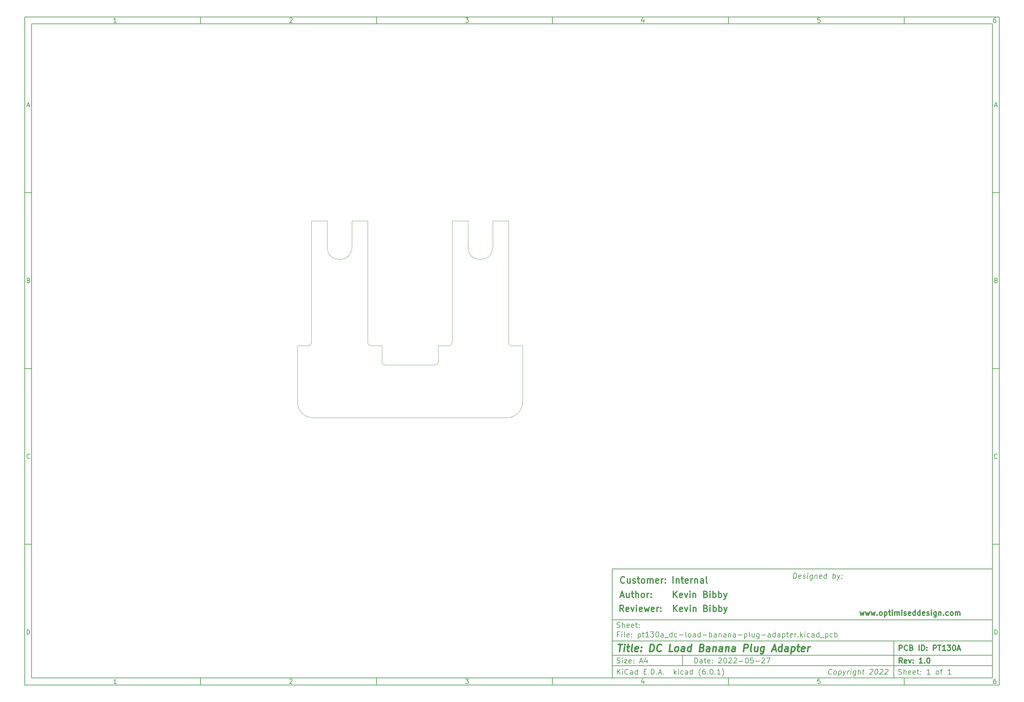
<source format=gbr>
%TF.GenerationSoftware,KiCad,Pcbnew,(6.0.1)*%
%TF.CreationDate,2022-05-27T18:48:01+01:00*%
%TF.ProjectId,pt130a_dc-load-banana-plug-adapter,70743133-3061-45f6-9463-2d6c6f61642d,1.0*%
%TF.SameCoordinates,PX53724e0PY7641700*%
%TF.FileFunction,Profile,NP*%
%FSLAX46Y46*%
G04 Gerber Fmt 4.6, Leading zero omitted, Abs format (unit mm)*
G04 Created by KiCad (PCBNEW (6.0.1)) date 2022-05-27 18:48:01*
%MOMM*%
%LPD*%
G01*
G04 APERTURE LIST*
%ADD10C,0.100000*%
%ADD11C,0.150000*%
%ADD12C,0.300000*%
%ADD13C,0.400000*%
%ADD14C,0.360000*%
%TA.AperFunction,Profile*%
%ADD15C,0.050000*%
%TD*%
G04 APERTURE END LIST*
D10*
D11*
X89502200Y-43007200D02*
X89502200Y-74007200D01*
X197502200Y-74007200D01*
X197502200Y-43007200D01*
X89502200Y-43007200D01*
D10*
D11*
X-77500000Y114000000D02*
X-77500000Y-76007200D01*
X199502200Y-76007200D01*
X199502200Y114000000D01*
X-77500000Y114000000D01*
D10*
D11*
X-75500000Y112000000D02*
X-75500000Y-74007200D01*
X197502200Y-74007200D01*
X197502200Y112000000D01*
X-75500000Y112000000D01*
D10*
D11*
X-27500000Y112000000D02*
X-27500000Y114000000D01*
D10*
D11*
X22500000Y112000000D02*
X22500000Y114000000D01*
D10*
D11*
X72500000Y112000000D02*
X72500000Y114000000D01*
D10*
D11*
X122500000Y112000000D02*
X122500000Y114000000D01*
D10*
D11*
X172500000Y112000000D02*
X172500000Y114000000D01*
D10*
D11*
X-51434524Y112411905D02*
X-52177381Y112411905D01*
X-51805953Y112411905D02*
X-51805953Y113711905D01*
X-51929762Y113526191D01*
X-52053572Y113402381D01*
X-52177381Y113340477D01*
D10*
D11*
X-2177381Y113588096D02*
X-2115477Y113650000D01*
X-1991667Y113711905D01*
X-1682143Y113711905D01*
X-1558334Y113650000D01*
X-1496429Y113588096D01*
X-1434524Y113464286D01*
X-1434524Y113340477D01*
X-1496429Y113154762D01*
X-2239286Y112411905D01*
X-1434524Y112411905D01*
D10*
D11*
X47760714Y113711905D02*
X48565476Y113711905D01*
X48132142Y113216667D01*
X48317857Y113216667D01*
X48441666Y113154762D01*
X48503571Y113092858D01*
X48565476Y112969048D01*
X48565476Y112659524D01*
X48503571Y112535715D01*
X48441666Y112473810D01*
X48317857Y112411905D01*
X47946428Y112411905D01*
X47822619Y112473810D01*
X47760714Y112535715D01*
D10*
D11*
X98441666Y113278572D02*
X98441666Y112411905D01*
X98132142Y113773810D02*
X97822619Y112845239D01*
X98627380Y112845239D01*
D10*
D11*
X148503571Y113711905D02*
X147884523Y113711905D01*
X147822619Y113092858D01*
X147884523Y113154762D01*
X148008333Y113216667D01*
X148317857Y113216667D01*
X148441666Y113154762D01*
X148503571Y113092858D01*
X148565476Y112969048D01*
X148565476Y112659524D01*
X148503571Y112535715D01*
X148441666Y112473810D01*
X148317857Y112411905D01*
X148008333Y112411905D01*
X147884523Y112473810D01*
X147822619Y112535715D01*
D10*
D11*
X198441666Y113711905D02*
X198194047Y113711905D01*
X198070238Y113650000D01*
X198008333Y113588096D01*
X197884523Y113402381D01*
X197822619Y113154762D01*
X197822619Y112659524D01*
X197884523Y112535715D01*
X197946428Y112473810D01*
X198070238Y112411905D01*
X198317857Y112411905D01*
X198441666Y112473810D01*
X198503571Y112535715D01*
X198565476Y112659524D01*
X198565476Y112969048D01*
X198503571Y113092858D01*
X198441666Y113154762D01*
X198317857Y113216667D01*
X198070238Y113216667D01*
X197946428Y113154762D01*
X197884523Y113092858D01*
X197822619Y112969048D01*
D10*
D11*
X-27500000Y-74007200D02*
X-27500000Y-76007200D01*
D10*
D11*
X22500000Y-74007200D02*
X22500000Y-76007200D01*
D10*
D11*
X72500000Y-74007200D02*
X72500000Y-76007200D01*
D10*
D11*
X122500000Y-74007200D02*
X122500000Y-76007200D01*
D10*
D11*
X172500000Y-74007200D02*
X172500000Y-76007200D01*
D10*
D11*
X-51434524Y-75595295D02*
X-52177381Y-75595295D01*
X-51805953Y-75595295D02*
X-51805953Y-74295295D01*
X-51929762Y-74481009D01*
X-52053572Y-74604819D01*
X-52177381Y-74666723D01*
D10*
D11*
X-2177381Y-74419104D02*
X-2115477Y-74357200D01*
X-1991667Y-74295295D01*
X-1682143Y-74295295D01*
X-1558334Y-74357200D01*
X-1496429Y-74419104D01*
X-1434524Y-74542914D01*
X-1434524Y-74666723D01*
X-1496429Y-74852438D01*
X-2239286Y-75595295D01*
X-1434524Y-75595295D01*
D10*
D11*
X47760714Y-74295295D02*
X48565476Y-74295295D01*
X48132142Y-74790533D01*
X48317857Y-74790533D01*
X48441666Y-74852438D01*
X48503571Y-74914342D01*
X48565476Y-75038152D01*
X48565476Y-75347676D01*
X48503571Y-75471485D01*
X48441666Y-75533390D01*
X48317857Y-75595295D01*
X47946428Y-75595295D01*
X47822619Y-75533390D01*
X47760714Y-75471485D01*
D10*
D11*
X98441666Y-74728628D02*
X98441666Y-75595295D01*
X98132142Y-74233390D02*
X97822619Y-75161961D01*
X98627380Y-75161961D01*
D10*
D11*
X148503571Y-74295295D02*
X147884523Y-74295295D01*
X147822619Y-74914342D01*
X147884523Y-74852438D01*
X148008333Y-74790533D01*
X148317857Y-74790533D01*
X148441666Y-74852438D01*
X148503571Y-74914342D01*
X148565476Y-75038152D01*
X148565476Y-75347676D01*
X148503571Y-75471485D01*
X148441666Y-75533390D01*
X148317857Y-75595295D01*
X148008333Y-75595295D01*
X147884523Y-75533390D01*
X147822619Y-75471485D01*
D10*
D11*
X198441666Y-74295295D02*
X198194047Y-74295295D01*
X198070238Y-74357200D01*
X198008333Y-74419104D01*
X197884523Y-74604819D01*
X197822619Y-74852438D01*
X197822619Y-75347676D01*
X197884523Y-75471485D01*
X197946428Y-75533390D01*
X198070238Y-75595295D01*
X198317857Y-75595295D01*
X198441666Y-75533390D01*
X198503571Y-75471485D01*
X198565476Y-75347676D01*
X198565476Y-75038152D01*
X198503571Y-74914342D01*
X198441666Y-74852438D01*
X198317857Y-74790533D01*
X198070238Y-74790533D01*
X197946428Y-74852438D01*
X197884523Y-74914342D01*
X197822619Y-75038152D01*
D10*
D11*
X-77500000Y64000000D02*
X-75500000Y64000000D01*
D10*
D11*
X-77500000Y14000000D02*
X-75500000Y14000000D01*
D10*
D11*
X-77500000Y-36000000D02*
X-75500000Y-36000000D01*
D10*
D11*
X-76809524Y88783334D02*
X-76190477Y88783334D01*
X-76933334Y88411905D02*
X-76500000Y89711905D01*
X-76066667Y88411905D01*
D10*
D11*
X-76407143Y39092858D02*
X-76221429Y39030953D01*
X-76159524Y38969048D01*
X-76097620Y38845239D01*
X-76097620Y38659524D01*
X-76159524Y38535715D01*
X-76221429Y38473810D01*
X-76345239Y38411905D01*
X-76840477Y38411905D01*
X-76840477Y39711905D01*
X-76407143Y39711905D01*
X-76283334Y39650000D01*
X-76221429Y39588096D01*
X-76159524Y39464286D01*
X-76159524Y39340477D01*
X-76221429Y39216667D01*
X-76283334Y39154762D01*
X-76407143Y39092858D01*
X-76840477Y39092858D01*
D10*
D11*
X-76097620Y-11464285D02*
X-76159524Y-11526190D01*
X-76345239Y-11588095D01*
X-76469048Y-11588095D01*
X-76654762Y-11526190D01*
X-76778572Y-11402380D01*
X-76840477Y-11278571D01*
X-76902381Y-11030952D01*
X-76902381Y-10845238D01*
X-76840477Y-10597619D01*
X-76778572Y-10473809D01*
X-76654762Y-10350000D01*
X-76469048Y-10288095D01*
X-76345239Y-10288095D01*
X-76159524Y-10350000D01*
X-76097620Y-10411904D01*
D10*
D11*
X-76840477Y-61588095D02*
X-76840477Y-60288095D01*
X-76530953Y-60288095D01*
X-76345239Y-60350000D01*
X-76221429Y-60473809D01*
X-76159524Y-60597619D01*
X-76097620Y-60845238D01*
X-76097620Y-61030952D01*
X-76159524Y-61278571D01*
X-76221429Y-61402380D01*
X-76345239Y-61526190D01*
X-76530953Y-61588095D01*
X-76840477Y-61588095D01*
D10*
D11*
X199502200Y64000000D02*
X197502200Y64000000D01*
D10*
D11*
X199502200Y14000000D02*
X197502200Y14000000D01*
D10*
D11*
X199502200Y-36000000D02*
X197502200Y-36000000D01*
D10*
D11*
X198192676Y88783334D02*
X198811723Y88783334D01*
X198068866Y88411905D02*
X198502200Y89711905D01*
X198935533Y88411905D01*
D10*
D11*
X198595057Y39092858D02*
X198780771Y39030953D01*
X198842676Y38969048D01*
X198904580Y38845239D01*
X198904580Y38659524D01*
X198842676Y38535715D01*
X198780771Y38473810D01*
X198656961Y38411905D01*
X198161723Y38411905D01*
X198161723Y39711905D01*
X198595057Y39711905D01*
X198718866Y39650000D01*
X198780771Y39588096D01*
X198842676Y39464286D01*
X198842676Y39340477D01*
X198780771Y39216667D01*
X198718866Y39154762D01*
X198595057Y39092858D01*
X198161723Y39092858D01*
D10*
D11*
X198904580Y-11464285D02*
X198842676Y-11526190D01*
X198656961Y-11588095D01*
X198533152Y-11588095D01*
X198347438Y-11526190D01*
X198223628Y-11402380D01*
X198161723Y-11278571D01*
X198099819Y-11030952D01*
X198099819Y-10845238D01*
X198161723Y-10597619D01*
X198223628Y-10473809D01*
X198347438Y-10350000D01*
X198533152Y-10288095D01*
X198656961Y-10288095D01*
X198842676Y-10350000D01*
X198904580Y-10411904D01*
D10*
D11*
X198161723Y-61588095D02*
X198161723Y-60288095D01*
X198471247Y-60288095D01*
X198656961Y-60350000D01*
X198780771Y-60473809D01*
X198842676Y-60597619D01*
X198904580Y-60845238D01*
X198904580Y-61030952D01*
X198842676Y-61278571D01*
X198780771Y-61402380D01*
X198656961Y-61526190D01*
X198471247Y-61588095D01*
X198161723Y-61588095D01*
D10*
D11*
X112934342Y-69785771D02*
X112934342Y-68285771D01*
X113291485Y-68285771D01*
X113505771Y-68357200D01*
X113648628Y-68500057D01*
X113720057Y-68642914D01*
X113791485Y-68928628D01*
X113791485Y-69142914D01*
X113720057Y-69428628D01*
X113648628Y-69571485D01*
X113505771Y-69714342D01*
X113291485Y-69785771D01*
X112934342Y-69785771D01*
X115077200Y-69785771D02*
X115077200Y-69000057D01*
X115005771Y-68857200D01*
X114862914Y-68785771D01*
X114577200Y-68785771D01*
X114434342Y-68857200D01*
X115077200Y-69714342D02*
X114934342Y-69785771D01*
X114577200Y-69785771D01*
X114434342Y-69714342D01*
X114362914Y-69571485D01*
X114362914Y-69428628D01*
X114434342Y-69285771D01*
X114577200Y-69214342D01*
X114934342Y-69214342D01*
X115077200Y-69142914D01*
X115577200Y-68785771D02*
X116148628Y-68785771D01*
X115791485Y-68285771D02*
X115791485Y-69571485D01*
X115862914Y-69714342D01*
X116005771Y-69785771D01*
X116148628Y-69785771D01*
X117220057Y-69714342D02*
X117077200Y-69785771D01*
X116791485Y-69785771D01*
X116648628Y-69714342D01*
X116577200Y-69571485D01*
X116577200Y-69000057D01*
X116648628Y-68857200D01*
X116791485Y-68785771D01*
X117077200Y-68785771D01*
X117220057Y-68857200D01*
X117291485Y-69000057D01*
X117291485Y-69142914D01*
X116577200Y-69285771D01*
X117934342Y-69642914D02*
X118005771Y-69714342D01*
X117934342Y-69785771D01*
X117862914Y-69714342D01*
X117934342Y-69642914D01*
X117934342Y-69785771D01*
X117934342Y-68857200D02*
X118005771Y-68928628D01*
X117934342Y-69000057D01*
X117862914Y-68928628D01*
X117934342Y-68857200D01*
X117934342Y-69000057D01*
X119720057Y-68428628D02*
X119791485Y-68357200D01*
X119934342Y-68285771D01*
X120291485Y-68285771D01*
X120434342Y-68357200D01*
X120505771Y-68428628D01*
X120577200Y-68571485D01*
X120577200Y-68714342D01*
X120505771Y-68928628D01*
X119648628Y-69785771D01*
X120577200Y-69785771D01*
X121505771Y-68285771D02*
X121648628Y-68285771D01*
X121791485Y-68357200D01*
X121862914Y-68428628D01*
X121934342Y-68571485D01*
X122005771Y-68857200D01*
X122005771Y-69214342D01*
X121934342Y-69500057D01*
X121862914Y-69642914D01*
X121791485Y-69714342D01*
X121648628Y-69785771D01*
X121505771Y-69785771D01*
X121362914Y-69714342D01*
X121291485Y-69642914D01*
X121220057Y-69500057D01*
X121148628Y-69214342D01*
X121148628Y-68857200D01*
X121220057Y-68571485D01*
X121291485Y-68428628D01*
X121362914Y-68357200D01*
X121505771Y-68285771D01*
X122577200Y-68428628D02*
X122648628Y-68357200D01*
X122791485Y-68285771D01*
X123148628Y-68285771D01*
X123291485Y-68357200D01*
X123362914Y-68428628D01*
X123434342Y-68571485D01*
X123434342Y-68714342D01*
X123362914Y-68928628D01*
X122505771Y-69785771D01*
X123434342Y-69785771D01*
X124005771Y-68428628D02*
X124077200Y-68357200D01*
X124220057Y-68285771D01*
X124577200Y-68285771D01*
X124720057Y-68357200D01*
X124791485Y-68428628D01*
X124862914Y-68571485D01*
X124862914Y-68714342D01*
X124791485Y-68928628D01*
X123934342Y-69785771D01*
X124862914Y-69785771D01*
X125505771Y-69214342D02*
X126648628Y-69214342D01*
X127648628Y-68285771D02*
X127791485Y-68285771D01*
X127934342Y-68357200D01*
X128005771Y-68428628D01*
X128077200Y-68571485D01*
X128148628Y-68857200D01*
X128148628Y-69214342D01*
X128077200Y-69500057D01*
X128005771Y-69642914D01*
X127934342Y-69714342D01*
X127791485Y-69785771D01*
X127648628Y-69785771D01*
X127505771Y-69714342D01*
X127434342Y-69642914D01*
X127362914Y-69500057D01*
X127291485Y-69214342D01*
X127291485Y-68857200D01*
X127362914Y-68571485D01*
X127434342Y-68428628D01*
X127505771Y-68357200D01*
X127648628Y-68285771D01*
X129505771Y-68285771D02*
X128791485Y-68285771D01*
X128720057Y-69000057D01*
X128791485Y-68928628D01*
X128934342Y-68857200D01*
X129291485Y-68857200D01*
X129434342Y-68928628D01*
X129505771Y-69000057D01*
X129577200Y-69142914D01*
X129577200Y-69500057D01*
X129505771Y-69642914D01*
X129434342Y-69714342D01*
X129291485Y-69785771D01*
X128934342Y-69785771D01*
X128791485Y-69714342D01*
X128720057Y-69642914D01*
X130220057Y-69214342D02*
X131362914Y-69214342D01*
X132005771Y-68428628D02*
X132077200Y-68357200D01*
X132220057Y-68285771D01*
X132577200Y-68285771D01*
X132720057Y-68357200D01*
X132791485Y-68428628D01*
X132862914Y-68571485D01*
X132862914Y-68714342D01*
X132791485Y-68928628D01*
X131934342Y-69785771D01*
X132862914Y-69785771D01*
X133362914Y-68285771D02*
X134362914Y-68285771D01*
X133720057Y-69785771D01*
D10*
D11*
X89502200Y-70507200D02*
X197502200Y-70507200D01*
D10*
D11*
X90934342Y-72985771D02*
X90934342Y-71485771D01*
X91791485Y-72985771D02*
X91148628Y-72128628D01*
X91791485Y-71485771D02*
X90934342Y-72342914D01*
X92434342Y-72985771D02*
X92434342Y-71985771D01*
X92434342Y-71485771D02*
X92362914Y-71557200D01*
X92434342Y-71628628D01*
X92505771Y-71557200D01*
X92434342Y-71485771D01*
X92434342Y-71628628D01*
X94005771Y-72842914D02*
X93934342Y-72914342D01*
X93720057Y-72985771D01*
X93577200Y-72985771D01*
X93362914Y-72914342D01*
X93220057Y-72771485D01*
X93148628Y-72628628D01*
X93077200Y-72342914D01*
X93077200Y-72128628D01*
X93148628Y-71842914D01*
X93220057Y-71700057D01*
X93362914Y-71557200D01*
X93577200Y-71485771D01*
X93720057Y-71485771D01*
X93934342Y-71557200D01*
X94005771Y-71628628D01*
X95291485Y-72985771D02*
X95291485Y-72200057D01*
X95220057Y-72057200D01*
X95077200Y-71985771D01*
X94791485Y-71985771D01*
X94648628Y-72057200D01*
X95291485Y-72914342D02*
X95148628Y-72985771D01*
X94791485Y-72985771D01*
X94648628Y-72914342D01*
X94577200Y-72771485D01*
X94577200Y-72628628D01*
X94648628Y-72485771D01*
X94791485Y-72414342D01*
X95148628Y-72414342D01*
X95291485Y-72342914D01*
X96648628Y-72985771D02*
X96648628Y-71485771D01*
X96648628Y-72914342D02*
X96505771Y-72985771D01*
X96220057Y-72985771D01*
X96077200Y-72914342D01*
X96005771Y-72842914D01*
X95934342Y-72700057D01*
X95934342Y-72271485D01*
X96005771Y-72128628D01*
X96077200Y-72057200D01*
X96220057Y-71985771D01*
X96505771Y-71985771D01*
X96648628Y-72057200D01*
X98505771Y-72200057D02*
X99005771Y-72200057D01*
X99220057Y-72985771D02*
X98505771Y-72985771D01*
X98505771Y-71485771D01*
X99220057Y-71485771D01*
X99862914Y-72842914D02*
X99934342Y-72914342D01*
X99862914Y-72985771D01*
X99791485Y-72914342D01*
X99862914Y-72842914D01*
X99862914Y-72985771D01*
X100577200Y-72985771D02*
X100577200Y-71485771D01*
X100934342Y-71485771D01*
X101148628Y-71557200D01*
X101291485Y-71700057D01*
X101362914Y-71842914D01*
X101434342Y-72128628D01*
X101434342Y-72342914D01*
X101362914Y-72628628D01*
X101291485Y-72771485D01*
X101148628Y-72914342D01*
X100934342Y-72985771D01*
X100577200Y-72985771D01*
X102077200Y-72842914D02*
X102148628Y-72914342D01*
X102077200Y-72985771D01*
X102005771Y-72914342D01*
X102077200Y-72842914D01*
X102077200Y-72985771D01*
X102720057Y-72557200D02*
X103434342Y-72557200D01*
X102577200Y-72985771D02*
X103077200Y-71485771D01*
X103577200Y-72985771D01*
X104077200Y-72842914D02*
X104148628Y-72914342D01*
X104077200Y-72985771D01*
X104005771Y-72914342D01*
X104077200Y-72842914D01*
X104077200Y-72985771D01*
X107077200Y-72985771D02*
X107077200Y-71485771D01*
X107220057Y-72414342D02*
X107648628Y-72985771D01*
X107648628Y-71985771D02*
X107077200Y-72557200D01*
X108291485Y-72985771D02*
X108291485Y-71985771D01*
X108291485Y-71485771D02*
X108220057Y-71557200D01*
X108291485Y-71628628D01*
X108362914Y-71557200D01*
X108291485Y-71485771D01*
X108291485Y-71628628D01*
X109648628Y-72914342D02*
X109505771Y-72985771D01*
X109220057Y-72985771D01*
X109077200Y-72914342D01*
X109005771Y-72842914D01*
X108934342Y-72700057D01*
X108934342Y-72271485D01*
X109005771Y-72128628D01*
X109077200Y-72057200D01*
X109220057Y-71985771D01*
X109505771Y-71985771D01*
X109648628Y-72057200D01*
X110934342Y-72985771D02*
X110934342Y-72200057D01*
X110862914Y-72057200D01*
X110720057Y-71985771D01*
X110434342Y-71985771D01*
X110291485Y-72057200D01*
X110934342Y-72914342D02*
X110791485Y-72985771D01*
X110434342Y-72985771D01*
X110291485Y-72914342D01*
X110220057Y-72771485D01*
X110220057Y-72628628D01*
X110291485Y-72485771D01*
X110434342Y-72414342D01*
X110791485Y-72414342D01*
X110934342Y-72342914D01*
X112291485Y-72985771D02*
X112291485Y-71485771D01*
X112291485Y-72914342D02*
X112148628Y-72985771D01*
X111862914Y-72985771D01*
X111720057Y-72914342D01*
X111648628Y-72842914D01*
X111577200Y-72700057D01*
X111577200Y-72271485D01*
X111648628Y-72128628D01*
X111720057Y-72057200D01*
X111862914Y-71985771D01*
X112148628Y-71985771D01*
X112291485Y-72057200D01*
X114577200Y-73557200D02*
X114505771Y-73485771D01*
X114362914Y-73271485D01*
X114291485Y-73128628D01*
X114220057Y-72914342D01*
X114148628Y-72557200D01*
X114148628Y-72271485D01*
X114220057Y-71914342D01*
X114291485Y-71700057D01*
X114362914Y-71557200D01*
X114505771Y-71342914D01*
X114577200Y-71271485D01*
X115791485Y-71485771D02*
X115505771Y-71485771D01*
X115362914Y-71557200D01*
X115291485Y-71628628D01*
X115148628Y-71842914D01*
X115077200Y-72128628D01*
X115077200Y-72700057D01*
X115148628Y-72842914D01*
X115220057Y-72914342D01*
X115362914Y-72985771D01*
X115648628Y-72985771D01*
X115791485Y-72914342D01*
X115862914Y-72842914D01*
X115934342Y-72700057D01*
X115934342Y-72342914D01*
X115862914Y-72200057D01*
X115791485Y-72128628D01*
X115648628Y-72057200D01*
X115362914Y-72057200D01*
X115220057Y-72128628D01*
X115148628Y-72200057D01*
X115077200Y-72342914D01*
X116577200Y-72842914D02*
X116648628Y-72914342D01*
X116577200Y-72985771D01*
X116505771Y-72914342D01*
X116577200Y-72842914D01*
X116577200Y-72985771D01*
X117577200Y-71485771D02*
X117720057Y-71485771D01*
X117862914Y-71557200D01*
X117934342Y-71628628D01*
X118005771Y-71771485D01*
X118077200Y-72057200D01*
X118077200Y-72414342D01*
X118005771Y-72700057D01*
X117934342Y-72842914D01*
X117862914Y-72914342D01*
X117720057Y-72985771D01*
X117577200Y-72985771D01*
X117434342Y-72914342D01*
X117362914Y-72842914D01*
X117291485Y-72700057D01*
X117220057Y-72414342D01*
X117220057Y-72057200D01*
X117291485Y-71771485D01*
X117362914Y-71628628D01*
X117434342Y-71557200D01*
X117577200Y-71485771D01*
X118720057Y-72842914D02*
X118791485Y-72914342D01*
X118720057Y-72985771D01*
X118648628Y-72914342D01*
X118720057Y-72842914D01*
X118720057Y-72985771D01*
X120220057Y-72985771D02*
X119362914Y-72985771D01*
X119791485Y-72985771D02*
X119791485Y-71485771D01*
X119648628Y-71700057D01*
X119505771Y-71842914D01*
X119362914Y-71914342D01*
X120720057Y-73557200D02*
X120791485Y-73485771D01*
X120934342Y-73271485D01*
X121005771Y-73128628D01*
X121077200Y-72914342D01*
X121148628Y-72557200D01*
X121148628Y-72271485D01*
X121077200Y-71914342D01*
X121005771Y-71700057D01*
X120934342Y-71557200D01*
X120791485Y-71342914D01*
X120720057Y-71271485D01*
D10*
D11*
X89502000Y-67507000D02*
X197502000Y-67507000D01*
D10*
D11*
X151816271Y-72842914D02*
X151735914Y-72914342D01*
X151512700Y-72985771D01*
X151369842Y-72985771D01*
X151164485Y-72914342D01*
X151039485Y-72771485D01*
X150985914Y-72628628D01*
X150950200Y-72342914D01*
X150976985Y-72128628D01*
X151084128Y-71842914D01*
X151173414Y-71700057D01*
X151334128Y-71557200D01*
X151557342Y-71485771D01*
X151700200Y-71485771D01*
X151905557Y-71557200D01*
X151968057Y-71628628D01*
X152655557Y-72985771D02*
X152521628Y-72914342D01*
X152459128Y-72842914D01*
X152405557Y-72700057D01*
X152459128Y-72271485D01*
X152548414Y-72128628D01*
X152628771Y-72057200D01*
X152780557Y-71985771D01*
X152994842Y-71985771D01*
X153128771Y-72057200D01*
X153191271Y-72128628D01*
X153244842Y-72271485D01*
X153191271Y-72700057D01*
X153101985Y-72842914D01*
X153021628Y-72914342D01*
X152869842Y-72985771D01*
X152655557Y-72985771D01*
X153923414Y-71985771D02*
X153735914Y-73485771D01*
X153914485Y-72057200D02*
X154066271Y-71985771D01*
X154351985Y-71985771D01*
X154485914Y-72057200D01*
X154548414Y-72128628D01*
X154601985Y-72271485D01*
X154548414Y-72700057D01*
X154459128Y-72842914D01*
X154378771Y-72914342D01*
X154226985Y-72985771D01*
X153941271Y-72985771D01*
X153807342Y-72914342D01*
X155137700Y-71985771D02*
X155369842Y-72985771D01*
X155851985Y-71985771D02*
X155369842Y-72985771D01*
X155182342Y-73342914D01*
X155101985Y-73414342D01*
X154950200Y-73485771D01*
X156298414Y-72985771D02*
X156423414Y-71985771D01*
X156387700Y-72271485D02*
X156476985Y-72128628D01*
X156557342Y-72057200D01*
X156709128Y-71985771D01*
X156851985Y-71985771D01*
X157226985Y-72985771D02*
X157351985Y-71985771D01*
X157414485Y-71485771D02*
X157334128Y-71557200D01*
X157396628Y-71628628D01*
X157476985Y-71557200D01*
X157414485Y-71485771D01*
X157396628Y-71628628D01*
X158709128Y-71985771D02*
X158557342Y-73200057D01*
X158468057Y-73342914D01*
X158387700Y-73414342D01*
X158235914Y-73485771D01*
X158021628Y-73485771D01*
X157887700Y-73414342D01*
X158593057Y-72914342D02*
X158441271Y-72985771D01*
X158155557Y-72985771D01*
X158021628Y-72914342D01*
X157959128Y-72842914D01*
X157905557Y-72700057D01*
X157959128Y-72271485D01*
X158048414Y-72128628D01*
X158128771Y-72057200D01*
X158280557Y-71985771D01*
X158566271Y-71985771D01*
X158700200Y-72057200D01*
X159298414Y-72985771D02*
X159485914Y-71485771D01*
X159941271Y-72985771D02*
X160039485Y-72200057D01*
X159985914Y-72057200D01*
X159851985Y-71985771D01*
X159637700Y-71985771D01*
X159485914Y-72057200D01*
X159405557Y-72128628D01*
X160566271Y-71985771D02*
X161137700Y-71985771D01*
X160843057Y-71485771D02*
X160682342Y-72771485D01*
X160735914Y-72914342D01*
X160869842Y-72985771D01*
X161012700Y-72985771D01*
X162753771Y-71628628D02*
X162834128Y-71557200D01*
X162985914Y-71485771D01*
X163343057Y-71485771D01*
X163476985Y-71557200D01*
X163539485Y-71628628D01*
X163593057Y-71771485D01*
X163575200Y-71914342D01*
X163476985Y-72128628D01*
X162512700Y-72985771D01*
X163441271Y-72985771D01*
X164557342Y-71485771D02*
X164700200Y-71485771D01*
X164834128Y-71557200D01*
X164896628Y-71628628D01*
X164950200Y-71771485D01*
X164985914Y-72057200D01*
X164941271Y-72414342D01*
X164834128Y-72700057D01*
X164744842Y-72842914D01*
X164664485Y-72914342D01*
X164512700Y-72985771D01*
X164369842Y-72985771D01*
X164235914Y-72914342D01*
X164173414Y-72842914D01*
X164119842Y-72700057D01*
X164084128Y-72414342D01*
X164128771Y-72057200D01*
X164235914Y-71771485D01*
X164325200Y-71628628D01*
X164405557Y-71557200D01*
X164557342Y-71485771D01*
X165610914Y-71628628D02*
X165691271Y-71557200D01*
X165843057Y-71485771D01*
X166200200Y-71485771D01*
X166334128Y-71557200D01*
X166396628Y-71628628D01*
X166450200Y-71771485D01*
X166432342Y-71914342D01*
X166334128Y-72128628D01*
X165369842Y-72985771D01*
X166298414Y-72985771D01*
X167039485Y-71628628D02*
X167119842Y-71557200D01*
X167271628Y-71485771D01*
X167628771Y-71485771D01*
X167762700Y-71557200D01*
X167825200Y-71628628D01*
X167878771Y-71771485D01*
X167860914Y-71914342D01*
X167762700Y-72128628D01*
X166798414Y-72985771D01*
X167726985Y-72985771D01*
D10*
D12*
X171052342Y-66185771D02*
X171052342Y-64685771D01*
X171623771Y-64685771D01*
X171766628Y-64757200D01*
X171838057Y-64828628D01*
X171909485Y-64971485D01*
X171909485Y-65185771D01*
X171838057Y-65328628D01*
X171766628Y-65400057D01*
X171623771Y-65471485D01*
X171052342Y-65471485D01*
X173409485Y-66042914D02*
X173338057Y-66114342D01*
X173123771Y-66185771D01*
X172980914Y-66185771D01*
X172766628Y-66114342D01*
X172623771Y-65971485D01*
X172552342Y-65828628D01*
X172480914Y-65542914D01*
X172480914Y-65328628D01*
X172552342Y-65042914D01*
X172623771Y-64900057D01*
X172766628Y-64757200D01*
X172980914Y-64685771D01*
X173123771Y-64685771D01*
X173338057Y-64757200D01*
X173409485Y-64828628D01*
X174552342Y-65400057D02*
X174766628Y-65471485D01*
X174838057Y-65542914D01*
X174909485Y-65685771D01*
X174909485Y-65900057D01*
X174838057Y-66042914D01*
X174766628Y-66114342D01*
X174623771Y-66185771D01*
X174052342Y-66185771D01*
X174052342Y-64685771D01*
X174552342Y-64685771D01*
X174695200Y-64757200D01*
X174766628Y-64828628D01*
X174838057Y-64971485D01*
X174838057Y-65114342D01*
X174766628Y-65257200D01*
X174695200Y-65328628D01*
X174552342Y-65400057D01*
X174052342Y-65400057D01*
X176695200Y-66185771D02*
X176695200Y-64685771D01*
X177409485Y-66185771D02*
X177409485Y-64685771D01*
X177766628Y-64685771D01*
X177980914Y-64757200D01*
X178123771Y-64900057D01*
X178195200Y-65042914D01*
X178266628Y-65328628D01*
X178266628Y-65542914D01*
X178195200Y-65828628D01*
X178123771Y-65971485D01*
X177980914Y-66114342D01*
X177766628Y-66185771D01*
X177409485Y-66185771D01*
X178909485Y-66042914D02*
X178980914Y-66114342D01*
X178909485Y-66185771D01*
X178838057Y-66114342D01*
X178909485Y-66042914D01*
X178909485Y-66185771D01*
X178909485Y-65257200D02*
X178980914Y-65328628D01*
X178909485Y-65400057D01*
X178838057Y-65328628D01*
X178909485Y-65257200D01*
X178909485Y-65400057D01*
X180766628Y-66185771D02*
X180766628Y-64685771D01*
X181338057Y-64685771D01*
X181480914Y-64757200D01*
X181552342Y-64828628D01*
X181623771Y-64971485D01*
X181623771Y-65185771D01*
X181552342Y-65328628D01*
X181480914Y-65400057D01*
X181338057Y-65471485D01*
X180766628Y-65471485D01*
X182052342Y-64685771D02*
X182909485Y-64685771D01*
X182480914Y-66185771D02*
X182480914Y-64685771D01*
X184195200Y-66185771D02*
X183338057Y-66185771D01*
X183766628Y-66185771D02*
X183766628Y-64685771D01*
X183623771Y-64900057D01*
X183480914Y-65042914D01*
X183338057Y-65114342D01*
X184695200Y-64685771D02*
X185623771Y-64685771D01*
X185123771Y-65257200D01*
X185338057Y-65257200D01*
X185480914Y-65328628D01*
X185552342Y-65400057D01*
X185623771Y-65542914D01*
X185623771Y-65900057D01*
X185552342Y-66042914D01*
X185480914Y-66114342D01*
X185338057Y-66185771D01*
X184909485Y-66185771D01*
X184766628Y-66114342D01*
X184695200Y-66042914D01*
X186552342Y-64685771D02*
X186695200Y-64685771D01*
X186838057Y-64757200D01*
X186909485Y-64828628D01*
X186980914Y-64971485D01*
X187052342Y-65257200D01*
X187052342Y-65614342D01*
X186980914Y-65900057D01*
X186909485Y-66042914D01*
X186838057Y-66114342D01*
X186695200Y-66185771D01*
X186552342Y-66185771D01*
X186409485Y-66114342D01*
X186338057Y-66042914D01*
X186266628Y-65900057D01*
X186195200Y-65614342D01*
X186195200Y-65257200D01*
X186266628Y-64971485D01*
X186338057Y-64828628D01*
X186409485Y-64757200D01*
X186552342Y-64685771D01*
X187623771Y-65757200D02*
X188338057Y-65757200D01*
X187480914Y-66185771D02*
X187980914Y-64685771D01*
X188480914Y-66185771D01*
D10*
D12*
X171911285Y-69785571D02*
X171411285Y-69071285D01*
X171054142Y-69785571D02*
X171054142Y-68285571D01*
X171625571Y-68285571D01*
X171768428Y-68357000D01*
X171839857Y-68428428D01*
X171911285Y-68571285D01*
X171911285Y-68785571D01*
X171839857Y-68928428D01*
X171768428Y-68999857D01*
X171625571Y-69071285D01*
X171054142Y-69071285D01*
X173125571Y-69714142D02*
X172982714Y-69785571D01*
X172697000Y-69785571D01*
X172554142Y-69714142D01*
X172482714Y-69571285D01*
X172482714Y-68999857D01*
X172554142Y-68857000D01*
X172697000Y-68785571D01*
X172982714Y-68785571D01*
X173125571Y-68857000D01*
X173197000Y-68999857D01*
X173197000Y-69142714D01*
X172482714Y-69285571D01*
X173697000Y-68785571D02*
X174054142Y-69785571D01*
X174411285Y-68785571D01*
X174982714Y-69642714D02*
X175054142Y-69714142D01*
X174982714Y-69785571D01*
X174911285Y-69714142D01*
X174982714Y-69642714D01*
X174982714Y-69785571D01*
X174982714Y-68857000D02*
X175054142Y-68928428D01*
X174982714Y-68999857D01*
X174911285Y-68928428D01*
X174982714Y-68857000D01*
X174982714Y-68999857D01*
X177625571Y-69785571D02*
X176768428Y-69785571D01*
X177197000Y-69785571D02*
X177197000Y-68285571D01*
X177054142Y-68499857D01*
X176911285Y-68642714D01*
X176768428Y-68714142D01*
X178268428Y-69642714D02*
X178339857Y-69714142D01*
X178268428Y-69785571D01*
X178197000Y-69714142D01*
X178268428Y-69642714D01*
X178268428Y-69785571D01*
X179268428Y-68285571D02*
X179411285Y-68285571D01*
X179554142Y-68357000D01*
X179625571Y-68428428D01*
X179697000Y-68571285D01*
X179768428Y-68857000D01*
X179768428Y-69214142D01*
X179697000Y-69499857D01*
X179625571Y-69642714D01*
X179554142Y-69714142D01*
X179411285Y-69785571D01*
X179268428Y-69785571D01*
X179125571Y-69714142D01*
X179054142Y-69642714D01*
X178982714Y-69499857D01*
X178911285Y-69214142D01*
X178911285Y-68857000D01*
X178982714Y-68571285D01*
X179054142Y-68428428D01*
X179125571Y-68357000D01*
X179268428Y-68285571D01*
D10*
D11*
X90862914Y-69714342D02*
X91077200Y-69785771D01*
X91434342Y-69785771D01*
X91577200Y-69714342D01*
X91648628Y-69642914D01*
X91720057Y-69500057D01*
X91720057Y-69357200D01*
X91648628Y-69214342D01*
X91577200Y-69142914D01*
X91434342Y-69071485D01*
X91148628Y-69000057D01*
X91005771Y-68928628D01*
X90934342Y-68857200D01*
X90862914Y-68714342D01*
X90862914Y-68571485D01*
X90934342Y-68428628D01*
X91005771Y-68357200D01*
X91148628Y-68285771D01*
X91505771Y-68285771D01*
X91720057Y-68357200D01*
X92362914Y-69785771D02*
X92362914Y-68785771D01*
X92362914Y-68285771D02*
X92291485Y-68357200D01*
X92362914Y-68428628D01*
X92434342Y-68357200D01*
X92362914Y-68285771D01*
X92362914Y-68428628D01*
X92934342Y-68785771D02*
X93720057Y-68785771D01*
X92934342Y-69785771D01*
X93720057Y-69785771D01*
X94862914Y-69714342D02*
X94720057Y-69785771D01*
X94434342Y-69785771D01*
X94291485Y-69714342D01*
X94220057Y-69571485D01*
X94220057Y-69000057D01*
X94291485Y-68857200D01*
X94434342Y-68785771D01*
X94720057Y-68785771D01*
X94862914Y-68857200D01*
X94934342Y-69000057D01*
X94934342Y-69142914D01*
X94220057Y-69285771D01*
X95577200Y-69642914D02*
X95648628Y-69714342D01*
X95577200Y-69785771D01*
X95505771Y-69714342D01*
X95577200Y-69642914D01*
X95577200Y-69785771D01*
X95577200Y-68857200D02*
X95648628Y-68928628D01*
X95577200Y-69000057D01*
X95505771Y-68928628D01*
X95577200Y-68857200D01*
X95577200Y-69000057D01*
X97362914Y-69357200D02*
X98077200Y-69357200D01*
X97220057Y-69785771D02*
X97720057Y-68285771D01*
X98220057Y-69785771D01*
X99362914Y-68785771D02*
X99362914Y-69785771D01*
X99005771Y-68214342D02*
X98648628Y-69285771D01*
X99577200Y-69285771D01*
D10*
D11*
X170862914Y-72914342D02*
X171077200Y-72985771D01*
X171434342Y-72985771D01*
X171577200Y-72914342D01*
X171648628Y-72842914D01*
X171720057Y-72700057D01*
X171720057Y-72557200D01*
X171648628Y-72414342D01*
X171577200Y-72342914D01*
X171434342Y-72271485D01*
X171148628Y-72200057D01*
X171005771Y-72128628D01*
X170934342Y-72057200D01*
X170862914Y-71914342D01*
X170862914Y-71771485D01*
X170934342Y-71628628D01*
X171005771Y-71557200D01*
X171148628Y-71485771D01*
X171505771Y-71485771D01*
X171720057Y-71557200D01*
X172362914Y-72985771D02*
X172362914Y-71485771D01*
X173005771Y-72985771D02*
X173005771Y-72200057D01*
X172934342Y-72057200D01*
X172791485Y-71985771D01*
X172577200Y-71985771D01*
X172434342Y-72057200D01*
X172362914Y-72128628D01*
X174291485Y-72914342D02*
X174148628Y-72985771D01*
X173862914Y-72985771D01*
X173720057Y-72914342D01*
X173648628Y-72771485D01*
X173648628Y-72200057D01*
X173720057Y-72057200D01*
X173862914Y-71985771D01*
X174148628Y-71985771D01*
X174291485Y-72057200D01*
X174362914Y-72200057D01*
X174362914Y-72342914D01*
X173648628Y-72485771D01*
X175577200Y-72914342D02*
X175434342Y-72985771D01*
X175148628Y-72985771D01*
X175005771Y-72914342D01*
X174934342Y-72771485D01*
X174934342Y-72200057D01*
X175005771Y-72057200D01*
X175148628Y-71985771D01*
X175434342Y-71985771D01*
X175577200Y-72057200D01*
X175648628Y-72200057D01*
X175648628Y-72342914D01*
X174934342Y-72485771D01*
X176077200Y-71985771D02*
X176648628Y-71985771D01*
X176291485Y-71485771D02*
X176291485Y-72771485D01*
X176362914Y-72914342D01*
X176505771Y-72985771D01*
X176648628Y-72985771D01*
X177148628Y-72842914D02*
X177220057Y-72914342D01*
X177148628Y-72985771D01*
X177077200Y-72914342D01*
X177148628Y-72842914D01*
X177148628Y-72985771D01*
X177148628Y-72057200D02*
X177220057Y-72128628D01*
X177148628Y-72200057D01*
X177077200Y-72128628D01*
X177148628Y-72057200D01*
X177148628Y-72200057D01*
X179791485Y-72985771D02*
X178934342Y-72985771D01*
X179362914Y-72985771D02*
X179362914Y-71485771D01*
X179220057Y-71700057D01*
X179077200Y-71842914D01*
X178934342Y-71914342D01*
X181791485Y-72985771D02*
X181648628Y-72914342D01*
X181577200Y-72842914D01*
X181505771Y-72700057D01*
X181505771Y-72271485D01*
X181577200Y-72128628D01*
X181648628Y-72057200D01*
X181791485Y-71985771D01*
X182005771Y-71985771D01*
X182148628Y-72057200D01*
X182220057Y-72128628D01*
X182291485Y-72271485D01*
X182291485Y-72700057D01*
X182220057Y-72842914D01*
X182148628Y-72914342D01*
X182005771Y-72985771D01*
X181791485Y-72985771D01*
X182720057Y-71985771D02*
X183291485Y-71985771D01*
X182934342Y-72985771D02*
X182934342Y-71700057D01*
X183005771Y-71557200D01*
X183148628Y-71485771D01*
X183291485Y-71485771D01*
X185720057Y-72985771D02*
X184862914Y-72985771D01*
X185291485Y-72985771D02*
X185291485Y-71485771D01*
X185148628Y-71700057D01*
X185005771Y-71842914D01*
X184862914Y-71914342D01*
D10*
D11*
X89502200Y-63507200D02*
X197502200Y-63507200D01*
D10*
D13*
X91214580Y-64411961D02*
X92357438Y-64411961D01*
X91536009Y-66411961D02*
X91786009Y-64411961D01*
X92774104Y-66411961D02*
X92940771Y-65078628D01*
X93024104Y-64411961D02*
X92916961Y-64507200D01*
X93000295Y-64602438D01*
X93107438Y-64507200D01*
X93024104Y-64411961D01*
X93000295Y-64602438D01*
X93607438Y-65078628D02*
X94369342Y-65078628D01*
X93976485Y-64411961D02*
X93762200Y-66126247D01*
X93833628Y-66316723D01*
X94012200Y-66411961D01*
X94202676Y-66411961D01*
X95155057Y-66411961D02*
X94976485Y-66316723D01*
X94905057Y-66126247D01*
X95119342Y-64411961D01*
X96690771Y-66316723D02*
X96488390Y-66411961D01*
X96107438Y-66411961D01*
X95928866Y-66316723D01*
X95857438Y-66126247D01*
X95952676Y-65364342D01*
X96071723Y-65173866D01*
X96274104Y-65078628D01*
X96655057Y-65078628D01*
X96833628Y-65173866D01*
X96905057Y-65364342D01*
X96881247Y-65554819D01*
X95905057Y-65745295D01*
X97655057Y-66221485D02*
X97738390Y-66316723D01*
X97631247Y-66411961D01*
X97547914Y-66316723D01*
X97655057Y-66221485D01*
X97631247Y-66411961D01*
X97786009Y-65173866D02*
X97869342Y-65269104D01*
X97762200Y-65364342D01*
X97678866Y-65269104D01*
X97786009Y-65173866D01*
X97762200Y-65364342D01*
X100107438Y-66411961D02*
X100357438Y-64411961D01*
X100833628Y-64411961D01*
X101107438Y-64507200D01*
X101274104Y-64697676D01*
X101345533Y-64888152D01*
X101393152Y-65269104D01*
X101357438Y-65554819D01*
X101214580Y-65935771D01*
X101095533Y-66126247D01*
X100881247Y-66316723D01*
X100583628Y-66411961D01*
X100107438Y-66411961D01*
X103274104Y-66221485D02*
X103166961Y-66316723D01*
X102869342Y-66411961D01*
X102678866Y-66411961D01*
X102405057Y-66316723D01*
X102238390Y-66126247D01*
X102166961Y-65935771D01*
X102119342Y-65554819D01*
X102155057Y-65269104D01*
X102297914Y-64888152D01*
X102416961Y-64697676D01*
X102631247Y-64507200D01*
X102928866Y-64411961D01*
X103119342Y-64411961D01*
X103393152Y-64507200D01*
X103476485Y-64602438D01*
X106583628Y-66411961D02*
X105631247Y-66411961D01*
X105881247Y-64411961D01*
X107536009Y-66411961D02*
X107357438Y-66316723D01*
X107274104Y-66221485D01*
X107202676Y-66031009D01*
X107274104Y-65459580D01*
X107393152Y-65269104D01*
X107500295Y-65173866D01*
X107702676Y-65078628D01*
X107988390Y-65078628D01*
X108166961Y-65173866D01*
X108250295Y-65269104D01*
X108321723Y-65459580D01*
X108250295Y-66031009D01*
X108131247Y-66221485D01*
X108024104Y-66316723D01*
X107821723Y-66411961D01*
X107536009Y-66411961D01*
X109916961Y-66411961D02*
X110047914Y-65364342D01*
X109976485Y-65173866D01*
X109797914Y-65078628D01*
X109416961Y-65078628D01*
X109214580Y-65173866D01*
X109928866Y-66316723D02*
X109726485Y-66411961D01*
X109250295Y-66411961D01*
X109071723Y-66316723D01*
X109000295Y-66126247D01*
X109024104Y-65935771D01*
X109143152Y-65745295D01*
X109345533Y-65650057D01*
X109821723Y-65650057D01*
X110024104Y-65554819D01*
X111726485Y-66411961D02*
X111976485Y-64411961D01*
X111738390Y-66316723D02*
X111536009Y-66411961D01*
X111155057Y-66411961D01*
X110976485Y-66316723D01*
X110893152Y-66221485D01*
X110821723Y-66031009D01*
X110893152Y-65459580D01*
X111012200Y-65269104D01*
X111119342Y-65173866D01*
X111321723Y-65078628D01*
X111702676Y-65078628D01*
X111881247Y-65173866D01*
X115000295Y-65364342D02*
X115274104Y-65459580D01*
X115357438Y-65554819D01*
X115428866Y-65745295D01*
X115393152Y-66031009D01*
X115274104Y-66221485D01*
X115166961Y-66316723D01*
X114964580Y-66411961D01*
X114202676Y-66411961D01*
X114452676Y-64411961D01*
X115119342Y-64411961D01*
X115297914Y-64507200D01*
X115381247Y-64602438D01*
X115452676Y-64792914D01*
X115428866Y-64983390D01*
X115309819Y-65173866D01*
X115202676Y-65269104D01*
X115000295Y-65364342D01*
X114333628Y-65364342D01*
X117059819Y-66411961D02*
X117190771Y-65364342D01*
X117119342Y-65173866D01*
X116940771Y-65078628D01*
X116559819Y-65078628D01*
X116357438Y-65173866D01*
X117071723Y-66316723D02*
X116869342Y-66411961D01*
X116393152Y-66411961D01*
X116214580Y-66316723D01*
X116143152Y-66126247D01*
X116166961Y-65935771D01*
X116286009Y-65745295D01*
X116488390Y-65650057D01*
X116964580Y-65650057D01*
X117166961Y-65554819D01*
X118178866Y-65078628D02*
X118012200Y-66411961D01*
X118155057Y-65269104D02*
X118262200Y-65173866D01*
X118464580Y-65078628D01*
X118750295Y-65078628D01*
X118928866Y-65173866D01*
X119000295Y-65364342D01*
X118869342Y-66411961D01*
X120678866Y-66411961D02*
X120809819Y-65364342D01*
X120738390Y-65173866D01*
X120559819Y-65078628D01*
X120178866Y-65078628D01*
X119976485Y-65173866D01*
X120690771Y-66316723D02*
X120488390Y-66411961D01*
X120012200Y-66411961D01*
X119833628Y-66316723D01*
X119762200Y-66126247D01*
X119786009Y-65935771D01*
X119905057Y-65745295D01*
X120107438Y-65650057D01*
X120583628Y-65650057D01*
X120786009Y-65554819D01*
X121797914Y-65078628D02*
X121631247Y-66411961D01*
X121774104Y-65269104D02*
X121881247Y-65173866D01*
X122083628Y-65078628D01*
X122369342Y-65078628D01*
X122547914Y-65173866D01*
X122619342Y-65364342D01*
X122488390Y-66411961D01*
X124297914Y-66411961D02*
X124428866Y-65364342D01*
X124357438Y-65173866D01*
X124178866Y-65078628D01*
X123797914Y-65078628D01*
X123595533Y-65173866D01*
X124309819Y-66316723D02*
X124107438Y-66411961D01*
X123631247Y-66411961D01*
X123452676Y-66316723D01*
X123381247Y-66126247D01*
X123405057Y-65935771D01*
X123524104Y-65745295D01*
X123726485Y-65650057D01*
X124202676Y-65650057D01*
X124405057Y-65554819D01*
X126774104Y-66411961D02*
X127024104Y-64411961D01*
X127786009Y-64411961D01*
X127964580Y-64507200D01*
X128047914Y-64602438D01*
X128119342Y-64792914D01*
X128083628Y-65078628D01*
X127964580Y-65269104D01*
X127857438Y-65364342D01*
X127655057Y-65459580D01*
X126893152Y-65459580D01*
X129059819Y-66411961D02*
X128881247Y-66316723D01*
X128809819Y-66126247D01*
X129024104Y-64411961D01*
X130845533Y-65078628D02*
X130678866Y-66411961D01*
X129988390Y-65078628D02*
X129857438Y-66126247D01*
X129928866Y-66316723D01*
X130107438Y-66411961D01*
X130393152Y-66411961D01*
X130595533Y-66316723D01*
X130702676Y-66221485D01*
X132655057Y-65078628D02*
X132452676Y-66697676D01*
X132333628Y-66888152D01*
X132226485Y-66983390D01*
X132024104Y-67078628D01*
X131738390Y-67078628D01*
X131559819Y-66983390D01*
X132500295Y-66316723D02*
X132297914Y-66411961D01*
X131916961Y-66411961D01*
X131738390Y-66316723D01*
X131655057Y-66221485D01*
X131583628Y-66031009D01*
X131655057Y-65459580D01*
X131774104Y-65269104D01*
X131881247Y-65173866D01*
X132083628Y-65078628D01*
X132464580Y-65078628D01*
X132643152Y-65173866D01*
X134940771Y-65840533D02*
X135893152Y-65840533D01*
X134678866Y-66411961D02*
X135595533Y-64411961D01*
X136012200Y-66411961D01*
X137536009Y-66411961D02*
X137786009Y-64411961D01*
X137547914Y-66316723D02*
X137345533Y-66411961D01*
X136964580Y-66411961D01*
X136786009Y-66316723D01*
X136702676Y-66221485D01*
X136631247Y-66031009D01*
X136702676Y-65459580D01*
X136821723Y-65269104D01*
X136928866Y-65173866D01*
X137131247Y-65078628D01*
X137512200Y-65078628D01*
X137690771Y-65173866D01*
X139345533Y-66411961D02*
X139476485Y-65364342D01*
X139405057Y-65173866D01*
X139226485Y-65078628D01*
X138845533Y-65078628D01*
X138643152Y-65173866D01*
X139357438Y-66316723D02*
X139155057Y-66411961D01*
X138678866Y-66411961D01*
X138500295Y-66316723D01*
X138428866Y-66126247D01*
X138452676Y-65935771D01*
X138571723Y-65745295D01*
X138774104Y-65650057D01*
X139250295Y-65650057D01*
X139452676Y-65554819D01*
X140464580Y-65078628D02*
X140214580Y-67078628D01*
X140452676Y-65173866D02*
X140655057Y-65078628D01*
X141036009Y-65078628D01*
X141214580Y-65173866D01*
X141297914Y-65269104D01*
X141369342Y-65459580D01*
X141297914Y-66031009D01*
X141178866Y-66221485D01*
X141071723Y-66316723D01*
X140869342Y-66411961D01*
X140488390Y-66411961D01*
X140309819Y-66316723D01*
X141988390Y-65078628D02*
X142750295Y-65078628D01*
X142357438Y-64411961D02*
X142143152Y-66126247D01*
X142214580Y-66316723D01*
X142393152Y-66411961D01*
X142583628Y-66411961D01*
X144024104Y-66316723D02*
X143821723Y-66411961D01*
X143440771Y-66411961D01*
X143262199Y-66316723D01*
X143190771Y-66126247D01*
X143286009Y-65364342D01*
X143405057Y-65173866D01*
X143607438Y-65078628D01*
X143988390Y-65078628D01*
X144166961Y-65173866D01*
X144238390Y-65364342D01*
X144214580Y-65554819D01*
X143238390Y-65745295D01*
X144964580Y-66411961D02*
X145131247Y-65078628D01*
X145083628Y-65459580D02*
X145202676Y-65269104D01*
X145309819Y-65173866D01*
X145512199Y-65078628D01*
X145702676Y-65078628D01*
D10*
D11*
X91434342Y-61600057D02*
X90934342Y-61600057D01*
X90934342Y-62385771D02*
X90934342Y-60885771D01*
X91648628Y-60885771D01*
X92220057Y-62385771D02*
X92220057Y-61385771D01*
X92220057Y-60885771D02*
X92148628Y-60957200D01*
X92220057Y-61028628D01*
X92291485Y-60957200D01*
X92220057Y-60885771D01*
X92220057Y-61028628D01*
X93148628Y-62385771D02*
X93005771Y-62314342D01*
X92934342Y-62171485D01*
X92934342Y-60885771D01*
X94291485Y-62314342D02*
X94148628Y-62385771D01*
X93862914Y-62385771D01*
X93720057Y-62314342D01*
X93648628Y-62171485D01*
X93648628Y-61600057D01*
X93720057Y-61457200D01*
X93862914Y-61385771D01*
X94148628Y-61385771D01*
X94291485Y-61457200D01*
X94362914Y-61600057D01*
X94362914Y-61742914D01*
X93648628Y-61885771D01*
X95005771Y-62242914D02*
X95077200Y-62314342D01*
X95005771Y-62385771D01*
X94934342Y-62314342D01*
X95005771Y-62242914D01*
X95005771Y-62385771D01*
X95005771Y-61457200D02*
X95077200Y-61528628D01*
X95005771Y-61600057D01*
X94934342Y-61528628D01*
X95005771Y-61457200D01*
X95005771Y-61600057D01*
X96862914Y-61385771D02*
X96862914Y-62885771D01*
X96862914Y-61457200D02*
X97005771Y-61385771D01*
X97291485Y-61385771D01*
X97434342Y-61457200D01*
X97505771Y-61528628D01*
X97577200Y-61671485D01*
X97577200Y-62100057D01*
X97505771Y-62242914D01*
X97434342Y-62314342D01*
X97291485Y-62385771D01*
X97005771Y-62385771D01*
X96862914Y-62314342D01*
X98005771Y-61385771D02*
X98577200Y-61385771D01*
X98220057Y-60885771D02*
X98220057Y-62171485D01*
X98291485Y-62314342D01*
X98434342Y-62385771D01*
X98577200Y-62385771D01*
X99862914Y-62385771D02*
X99005771Y-62385771D01*
X99434342Y-62385771D02*
X99434342Y-60885771D01*
X99291485Y-61100057D01*
X99148628Y-61242914D01*
X99005771Y-61314342D01*
X100362914Y-60885771D02*
X101291485Y-60885771D01*
X100791485Y-61457200D01*
X101005771Y-61457200D01*
X101148628Y-61528628D01*
X101220057Y-61600057D01*
X101291485Y-61742914D01*
X101291485Y-62100057D01*
X101220057Y-62242914D01*
X101148628Y-62314342D01*
X101005771Y-62385771D01*
X100577200Y-62385771D01*
X100434342Y-62314342D01*
X100362914Y-62242914D01*
X102220057Y-60885771D02*
X102362914Y-60885771D01*
X102505771Y-60957200D01*
X102577200Y-61028628D01*
X102648628Y-61171485D01*
X102720057Y-61457200D01*
X102720057Y-61814342D01*
X102648628Y-62100057D01*
X102577200Y-62242914D01*
X102505771Y-62314342D01*
X102362914Y-62385771D01*
X102220057Y-62385771D01*
X102077200Y-62314342D01*
X102005771Y-62242914D01*
X101934342Y-62100057D01*
X101862914Y-61814342D01*
X101862914Y-61457200D01*
X101934342Y-61171485D01*
X102005771Y-61028628D01*
X102077200Y-60957200D01*
X102220057Y-60885771D01*
X104005771Y-62385771D02*
X104005771Y-61600057D01*
X103934342Y-61457200D01*
X103791485Y-61385771D01*
X103505771Y-61385771D01*
X103362914Y-61457200D01*
X104005771Y-62314342D02*
X103862914Y-62385771D01*
X103505771Y-62385771D01*
X103362914Y-62314342D01*
X103291485Y-62171485D01*
X103291485Y-62028628D01*
X103362914Y-61885771D01*
X103505771Y-61814342D01*
X103862914Y-61814342D01*
X104005771Y-61742914D01*
X104362914Y-62528628D02*
X105505771Y-62528628D01*
X106505771Y-62385771D02*
X106505771Y-60885771D01*
X106505771Y-62314342D02*
X106362914Y-62385771D01*
X106077200Y-62385771D01*
X105934342Y-62314342D01*
X105862914Y-62242914D01*
X105791485Y-62100057D01*
X105791485Y-61671485D01*
X105862914Y-61528628D01*
X105934342Y-61457200D01*
X106077200Y-61385771D01*
X106362914Y-61385771D01*
X106505771Y-61457200D01*
X107862914Y-62314342D02*
X107720057Y-62385771D01*
X107434342Y-62385771D01*
X107291485Y-62314342D01*
X107220057Y-62242914D01*
X107148628Y-62100057D01*
X107148628Y-61671485D01*
X107220057Y-61528628D01*
X107291485Y-61457200D01*
X107434342Y-61385771D01*
X107720057Y-61385771D01*
X107862914Y-61457200D01*
X108505771Y-61814342D02*
X109648628Y-61814342D01*
X110577200Y-62385771D02*
X110434342Y-62314342D01*
X110362914Y-62171485D01*
X110362914Y-60885771D01*
X111362914Y-62385771D02*
X111220057Y-62314342D01*
X111148628Y-62242914D01*
X111077200Y-62100057D01*
X111077200Y-61671485D01*
X111148628Y-61528628D01*
X111220057Y-61457200D01*
X111362914Y-61385771D01*
X111577200Y-61385771D01*
X111720057Y-61457200D01*
X111791485Y-61528628D01*
X111862914Y-61671485D01*
X111862914Y-62100057D01*
X111791485Y-62242914D01*
X111720057Y-62314342D01*
X111577200Y-62385771D01*
X111362914Y-62385771D01*
X113148628Y-62385771D02*
X113148628Y-61600057D01*
X113077200Y-61457200D01*
X112934342Y-61385771D01*
X112648628Y-61385771D01*
X112505771Y-61457200D01*
X113148628Y-62314342D02*
X113005771Y-62385771D01*
X112648628Y-62385771D01*
X112505771Y-62314342D01*
X112434342Y-62171485D01*
X112434342Y-62028628D01*
X112505771Y-61885771D01*
X112648628Y-61814342D01*
X113005771Y-61814342D01*
X113148628Y-61742914D01*
X114505771Y-62385771D02*
X114505771Y-60885771D01*
X114505771Y-62314342D02*
X114362914Y-62385771D01*
X114077200Y-62385771D01*
X113934342Y-62314342D01*
X113862914Y-62242914D01*
X113791485Y-62100057D01*
X113791485Y-61671485D01*
X113862914Y-61528628D01*
X113934342Y-61457200D01*
X114077200Y-61385771D01*
X114362914Y-61385771D01*
X114505771Y-61457200D01*
X115220057Y-61814342D02*
X116362914Y-61814342D01*
X117077200Y-62385771D02*
X117077200Y-60885771D01*
X117077200Y-61457200D02*
X117220057Y-61385771D01*
X117505771Y-61385771D01*
X117648628Y-61457200D01*
X117720057Y-61528628D01*
X117791485Y-61671485D01*
X117791485Y-62100057D01*
X117720057Y-62242914D01*
X117648628Y-62314342D01*
X117505771Y-62385771D01*
X117220057Y-62385771D01*
X117077200Y-62314342D01*
X119077200Y-62385771D02*
X119077200Y-61600057D01*
X119005771Y-61457200D01*
X118862914Y-61385771D01*
X118577200Y-61385771D01*
X118434342Y-61457200D01*
X119077200Y-62314342D02*
X118934342Y-62385771D01*
X118577200Y-62385771D01*
X118434342Y-62314342D01*
X118362914Y-62171485D01*
X118362914Y-62028628D01*
X118434342Y-61885771D01*
X118577200Y-61814342D01*
X118934342Y-61814342D01*
X119077200Y-61742914D01*
X119791485Y-61385771D02*
X119791485Y-62385771D01*
X119791485Y-61528628D02*
X119862914Y-61457200D01*
X120005771Y-61385771D01*
X120220057Y-61385771D01*
X120362914Y-61457200D01*
X120434342Y-61600057D01*
X120434342Y-62385771D01*
X121791485Y-62385771D02*
X121791485Y-61600057D01*
X121720057Y-61457200D01*
X121577200Y-61385771D01*
X121291485Y-61385771D01*
X121148628Y-61457200D01*
X121791485Y-62314342D02*
X121648628Y-62385771D01*
X121291485Y-62385771D01*
X121148628Y-62314342D01*
X121077200Y-62171485D01*
X121077200Y-62028628D01*
X121148628Y-61885771D01*
X121291485Y-61814342D01*
X121648628Y-61814342D01*
X121791485Y-61742914D01*
X122505771Y-61385771D02*
X122505771Y-62385771D01*
X122505771Y-61528628D02*
X122577200Y-61457200D01*
X122720057Y-61385771D01*
X122934342Y-61385771D01*
X123077200Y-61457200D01*
X123148628Y-61600057D01*
X123148628Y-62385771D01*
X124505771Y-62385771D02*
X124505771Y-61600057D01*
X124434342Y-61457200D01*
X124291485Y-61385771D01*
X124005771Y-61385771D01*
X123862914Y-61457200D01*
X124505771Y-62314342D02*
X124362914Y-62385771D01*
X124005771Y-62385771D01*
X123862914Y-62314342D01*
X123791485Y-62171485D01*
X123791485Y-62028628D01*
X123862914Y-61885771D01*
X124005771Y-61814342D01*
X124362914Y-61814342D01*
X124505771Y-61742914D01*
X125220057Y-61814342D02*
X126362914Y-61814342D01*
X127077200Y-61385771D02*
X127077200Y-62885771D01*
X127077200Y-61457200D02*
X127220057Y-61385771D01*
X127505771Y-61385771D01*
X127648628Y-61457200D01*
X127720057Y-61528628D01*
X127791485Y-61671485D01*
X127791485Y-62100057D01*
X127720057Y-62242914D01*
X127648628Y-62314342D01*
X127505771Y-62385771D01*
X127220057Y-62385771D01*
X127077200Y-62314342D01*
X128648628Y-62385771D02*
X128505771Y-62314342D01*
X128434342Y-62171485D01*
X128434342Y-60885771D01*
X129862914Y-61385771D02*
X129862914Y-62385771D01*
X129220057Y-61385771D02*
X129220057Y-62171485D01*
X129291485Y-62314342D01*
X129434342Y-62385771D01*
X129648628Y-62385771D01*
X129791485Y-62314342D01*
X129862914Y-62242914D01*
X131220057Y-61385771D02*
X131220057Y-62600057D01*
X131148628Y-62742914D01*
X131077200Y-62814342D01*
X130934342Y-62885771D01*
X130720057Y-62885771D01*
X130577200Y-62814342D01*
X131220057Y-62314342D02*
X131077200Y-62385771D01*
X130791485Y-62385771D01*
X130648628Y-62314342D01*
X130577200Y-62242914D01*
X130505771Y-62100057D01*
X130505771Y-61671485D01*
X130577200Y-61528628D01*
X130648628Y-61457200D01*
X130791485Y-61385771D01*
X131077200Y-61385771D01*
X131220057Y-61457200D01*
X131934342Y-61814342D02*
X133077200Y-61814342D01*
X134434342Y-62385771D02*
X134434342Y-61600057D01*
X134362914Y-61457200D01*
X134220057Y-61385771D01*
X133934342Y-61385771D01*
X133791485Y-61457200D01*
X134434342Y-62314342D02*
X134291485Y-62385771D01*
X133934342Y-62385771D01*
X133791485Y-62314342D01*
X133720057Y-62171485D01*
X133720057Y-62028628D01*
X133791485Y-61885771D01*
X133934342Y-61814342D01*
X134291485Y-61814342D01*
X134434342Y-61742914D01*
X135791485Y-62385771D02*
X135791485Y-60885771D01*
X135791485Y-62314342D02*
X135648628Y-62385771D01*
X135362914Y-62385771D01*
X135220057Y-62314342D01*
X135148628Y-62242914D01*
X135077200Y-62100057D01*
X135077200Y-61671485D01*
X135148628Y-61528628D01*
X135220057Y-61457200D01*
X135362914Y-61385771D01*
X135648628Y-61385771D01*
X135791485Y-61457200D01*
X137148628Y-62385771D02*
X137148628Y-61600057D01*
X137077200Y-61457200D01*
X136934342Y-61385771D01*
X136648628Y-61385771D01*
X136505771Y-61457200D01*
X137148628Y-62314342D02*
X137005771Y-62385771D01*
X136648628Y-62385771D01*
X136505771Y-62314342D01*
X136434342Y-62171485D01*
X136434342Y-62028628D01*
X136505771Y-61885771D01*
X136648628Y-61814342D01*
X137005771Y-61814342D01*
X137148628Y-61742914D01*
X137862914Y-61385771D02*
X137862914Y-62885771D01*
X137862914Y-61457200D02*
X138005771Y-61385771D01*
X138291485Y-61385771D01*
X138434342Y-61457200D01*
X138505771Y-61528628D01*
X138577200Y-61671485D01*
X138577200Y-62100057D01*
X138505771Y-62242914D01*
X138434342Y-62314342D01*
X138291485Y-62385771D01*
X138005771Y-62385771D01*
X137862914Y-62314342D01*
X139005771Y-61385771D02*
X139577200Y-61385771D01*
X139220057Y-60885771D02*
X139220057Y-62171485D01*
X139291485Y-62314342D01*
X139434342Y-62385771D01*
X139577200Y-62385771D01*
X140648628Y-62314342D02*
X140505771Y-62385771D01*
X140220057Y-62385771D01*
X140077200Y-62314342D01*
X140005771Y-62171485D01*
X140005771Y-61600057D01*
X140077200Y-61457200D01*
X140220057Y-61385771D01*
X140505771Y-61385771D01*
X140648628Y-61457200D01*
X140720057Y-61600057D01*
X140720057Y-61742914D01*
X140005771Y-61885771D01*
X141362914Y-62385771D02*
X141362914Y-61385771D01*
X141362914Y-61671485D02*
X141434342Y-61528628D01*
X141505771Y-61457200D01*
X141648628Y-61385771D01*
X141791485Y-61385771D01*
X142291485Y-62242914D02*
X142362914Y-62314342D01*
X142291485Y-62385771D01*
X142220057Y-62314342D01*
X142291485Y-62242914D01*
X142291485Y-62385771D01*
X143005771Y-62385771D02*
X143005771Y-60885771D01*
X143148628Y-61814342D02*
X143577200Y-62385771D01*
X143577200Y-61385771D02*
X143005771Y-61957200D01*
X144220057Y-62385771D02*
X144220057Y-61385771D01*
X144220057Y-60885771D02*
X144148628Y-60957200D01*
X144220057Y-61028628D01*
X144291485Y-60957200D01*
X144220057Y-60885771D01*
X144220057Y-61028628D01*
X145577200Y-62314342D02*
X145434342Y-62385771D01*
X145148628Y-62385771D01*
X145005771Y-62314342D01*
X144934342Y-62242914D01*
X144862914Y-62100057D01*
X144862914Y-61671485D01*
X144934342Y-61528628D01*
X145005771Y-61457200D01*
X145148628Y-61385771D01*
X145434342Y-61385771D01*
X145577200Y-61457200D01*
X146862914Y-62385771D02*
X146862914Y-61600057D01*
X146791485Y-61457200D01*
X146648628Y-61385771D01*
X146362914Y-61385771D01*
X146220057Y-61457200D01*
X146862914Y-62314342D02*
X146720057Y-62385771D01*
X146362914Y-62385771D01*
X146220057Y-62314342D01*
X146148628Y-62171485D01*
X146148628Y-62028628D01*
X146220057Y-61885771D01*
X146362914Y-61814342D01*
X146720057Y-61814342D01*
X146862914Y-61742914D01*
X148220057Y-62385771D02*
X148220057Y-60885771D01*
X148220057Y-62314342D02*
X148077200Y-62385771D01*
X147791485Y-62385771D01*
X147648628Y-62314342D01*
X147577200Y-62242914D01*
X147505771Y-62100057D01*
X147505771Y-61671485D01*
X147577200Y-61528628D01*
X147648628Y-61457200D01*
X147791485Y-61385771D01*
X148077200Y-61385771D01*
X148220057Y-61457200D01*
X148577200Y-62528628D02*
X149720057Y-62528628D01*
X150077200Y-61385771D02*
X150077200Y-62885771D01*
X150077200Y-61457200D02*
X150220057Y-61385771D01*
X150505771Y-61385771D01*
X150648628Y-61457200D01*
X150720057Y-61528628D01*
X150791485Y-61671485D01*
X150791485Y-62100057D01*
X150720057Y-62242914D01*
X150648628Y-62314342D01*
X150505771Y-62385771D01*
X150220057Y-62385771D01*
X150077200Y-62314342D01*
X152077200Y-62314342D02*
X151934342Y-62385771D01*
X151648628Y-62385771D01*
X151505771Y-62314342D01*
X151434342Y-62242914D01*
X151362914Y-62100057D01*
X151362914Y-61671485D01*
X151434342Y-61528628D01*
X151505771Y-61457200D01*
X151648628Y-61385771D01*
X151934342Y-61385771D01*
X152077200Y-61457200D01*
X152720057Y-62385771D02*
X152720057Y-60885771D01*
X152720057Y-61457200D02*
X152862914Y-61385771D01*
X153148628Y-61385771D01*
X153291485Y-61457200D01*
X153362914Y-61528628D01*
X153434342Y-61671485D01*
X153434342Y-62100057D01*
X153362914Y-62242914D01*
X153291485Y-62314342D01*
X153148628Y-62385771D01*
X152862914Y-62385771D01*
X152720057Y-62314342D01*
D10*
D11*
X89502200Y-57507200D02*
X197502200Y-57507200D01*
D10*
D11*
X90862914Y-59614342D02*
X91077200Y-59685771D01*
X91434342Y-59685771D01*
X91577200Y-59614342D01*
X91648628Y-59542914D01*
X91720057Y-59400057D01*
X91720057Y-59257200D01*
X91648628Y-59114342D01*
X91577200Y-59042914D01*
X91434342Y-58971485D01*
X91148628Y-58900057D01*
X91005771Y-58828628D01*
X90934342Y-58757200D01*
X90862914Y-58614342D01*
X90862914Y-58471485D01*
X90934342Y-58328628D01*
X91005771Y-58257200D01*
X91148628Y-58185771D01*
X91505771Y-58185771D01*
X91720057Y-58257200D01*
X92362914Y-59685771D02*
X92362914Y-58185771D01*
X93005771Y-59685771D02*
X93005771Y-58900057D01*
X92934342Y-58757200D01*
X92791485Y-58685771D01*
X92577200Y-58685771D01*
X92434342Y-58757200D01*
X92362914Y-58828628D01*
X94291485Y-59614342D02*
X94148628Y-59685771D01*
X93862914Y-59685771D01*
X93720057Y-59614342D01*
X93648628Y-59471485D01*
X93648628Y-58900057D01*
X93720057Y-58757200D01*
X93862914Y-58685771D01*
X94148628Y-58685771D01*
X94291485Y-58757200D01*
X94362914Y-58900057D01*
X94362914Y-59042914D01*
X93648628Y-59185771D01*
X95577200Y-59614342D02*
X95434342Y-59685771D01*
X95148628Y-59685771D01*
X95005771Y-59614342D01*
X94934342Y-59471485D01*
X94934342Y-58900057D01*
X95005771Y-58757200D01*
X95148628Y-58685771D01*
X95434342Y-58685771D01*
X95577200Y-58757200D01*
X95648628Y-58900057D01*
X95648628Y-59042914D01*
X94934342Y-59185771D01*
X96077200Y-58685771D02*
X96648628Y-58685771D01*
X96291485Y-58185771D02*
X96291485Y-59471485D01*
X96362914Y-59614342D01*
X96505771Y-59685771D01*
X96648628Y-59685771D01*
X97148628Y-59542914D02*
X97220057Y-59614342D01*
X97148628Y-59685771D01*
X97077200Y-59614342D01*
X97148628Y-59542914D01*
X97148628Y-59685771D01*
X97148628Y-58757200D02*
X97220057Y-58828628D01*
X97148628Y-58900057D01*
X97077200Y-58828628D01*
X97148628Y-58757200D01*
X97148628Y-58900057D01*
D10*
D14*
X91877057Y-50607000D02*
X92734200Y-50607000D01*
X91705628Y-51121285D02*
X92305628Y-49321285D01*
X92905628Y-51121285D01*
X94277057Y-49921285D02*
X94277057Y-51121285D01*
X93505628Y-49921285D02*
X93505628Y-50864142D01*
X93591342Y-51035571D01*
X93762771Y-51121285D01*
X94019914Y-51121285D01*
X94191342Y-51035571D01*
X94277057Y-50949857D01*
X94877057Y-49921285D02*
X95562771Y-49921285D01*
X95134200Y-49321285D02*
X95134200Y-50864142D01*
X95219914Y-51035571D01*
X95391342Y-51121285D01*
X95562771Y-51121285D01*
X96162771Y-51121285D02*
X96162771Y-49321285D01*
X96934200Y-51121285D02*
X96934200Y-50178428D01*
X96848485Y-50007000D01*
X96677057Y-49921285D01*
X96419914Y-49921285D01*
X96248485Y-50007000D01*
X96162771Y-50092714D01*
X98048485Y-51121285D02*
X97877057Y-51035571D01*
X97791342Y-50949857D01*
X97705628Y-50778428D01*
X97705628Y-50264142D01*
X97791342Y-50092714D01*
X97877057Y-50007000D01*
X98048485Y-49921285D01*
X98305628Y-49921285D01*
X98477057Y-50007000D01*
X98562771Y-50092714D01*
X98648485Y-50264142D01*
X98648485Y-50778428D01*
X98562771Y-50949857D01*
X98477057Y-51035571D01*
X98305628Y-51121285D01*
X98048485Y-51121285D01*
X99419914Y-51121285D02*
X99419914Y-49921285D01*
X99419914Y-50264142D02*
X99505628Y-50092714D01*
X99591342Y-50007000D01*
X99762771Y-49921285D01*
X99934200Y-49921285D01*
X100534200Y-50949857D02*
X100619914Y-51035571D01*
X100534200Y-51121285D01*
X100448485Y-51035571D01*
X100534200Y-50949857D01*
X100534200Y-51121285D01*
X100534200Y-50007000D02*
X100619914Y-50092714D01*
X100534200Y-50178428D01*
X100448485Y-50092714D01*
X100534200Y-50007000D01*
X100534200Y-50178428D01*
X106877057Y-51121285D02*
X106877057Y-49321285D01*
X107905628Y-51121285D02*
X107134200Y-50092714D01*
X107905628Y-49321285D02*
X106877057Y-50349857D01*
X109362771Y-51035571D02*
X109191342Y-51121285D01*
X108848485Y-51121285D01*
X108677057Y-51035571D01*
X108591342Y-50864142D01*
X108591342Y-50178428D01*
X108677057Y-50007000D01*
X108848485Y-49921285D01*
X109191342Y-49921285D01*
X109362771Y-50007000D01*
X109448485Y-50178428D01*
X109448485Y-50349857D01*
X108591342Y-50521285D01*
X110048485Y-49921285D02*
X110477057Y-51121285D01*
X110905628Y-49921285D01*
X111591342Y-51121285D02*
X111591342Y-49921285D01*
X111591342Y-49321285D02*
X111505628Y-49407000D01*
X111591342Y-49492714D01*
X111677057Y-49407000D01*
X111591342Y-49321285D01*
X111591342Y-49492714D01*
X112448485Y-49921285D02*
X112448485Y-51121285D01*
X112448485Y-50092714D02*
X112534200Y-50007000D01*
X112705628Y-49921285D01*
X112962771Y-49921285D01*
X113134200Y-50007000D01*
X113219914Y-50178428D01*
X113219914Y-51121285D01*
X116048485Y-50178428D02*
X116305628Y-50264142D01*
X116391342Y-50349857D01*
X116477057Y-50521285D01*
X116477057Y-50778428D01*
X116391342Y-50949857D01*
X116305628Y-51035571D01*
X116134200Y-51121285D01*
X115448485Y-51121285D01*
X115448485Y-49321285D01*
X116048485Y-49321285D01*
X116219914Y-49407000D01*
X116305628Y-49492714D01*
X116391342Y-49664142D01*
X116391342Y-49835571D01*
X116305628Y-50007000D01*
X116219914Y-50092714D01*
X116048485Y-50178428D01*
X115448485Y-50178428D01*
X117248485Y-51121285D02*
X117248485Y-49921285D01*
X117248485Y-49321285D02*
X117162771Y-49407000D01*
X117248485Y-49492714D01*
X117334200Y-49407000D01*
X117248485Y-49321285D01*
X117248485Y-49492714D01*
X118105628Y-51121285D02*
X118105628Y-49321285D01*
X118105628Y-50007000D02*
X118277057Y-49921285D01*
X118619914Y-49921285D01*
X118791342Y-50007000D01*
X118877057Y-50092714D01*
X118962771Y-50264142D01*
X118962771Y-50778428D01*
X118877057Y-50949857D01*
X118791342Y-51035571D01*
X118619914Y-51121285D01*
X118277057Y-51121285D01*
X118105628Y-51035571D01*
X119734200Y-51121285D02*
X119734200Y-49321285D01*
X119734200Y-50007000D02*
X119905628Y-49921285D01*
X120248485Y-49921285D01*
X120419914Y-50007000D01*
X120505628Y-50092714D01*
X120591342Y-50264142D01*
X120591342Y-50778428D01*
X120505628Y-50949857D01*
X120419914Y-51035571D01*
X120248485Y-51121285D01*
X119905628Y-51121285D01*
X119734200Y-51035571D01*
X121191342Y-49921285D02*
X121619914Y-51121285D01*
X122048485Y-49921285D02*
X121619914Y-51121285D01*
X121448485Y-51549857D01*
X121362771Y-51635571D01*
X121191342Y-51721285D01*
D10*
D14*
X92993342Y-46849857D02*
X92907628Y-46935571D01*
X92650485Y-47021285D01*
X92479057Y-47021285D01*
X92221914Y-46935571D01*
X92050485Y-46764142D01*
X91964771Y-46592714D01*
X91879057Y-46249857D01*
X91879057Y-45992714D01*
X91964771Y-45649857D01*
X92050485Y-45478428D01*
X92221914Y-45307000D01*
X92479057Y-45221285D01*
X92650485Y-45221285D01*
X92907628Y-45307000D01*
X92993342Y-45392714D01*
X94536200Y-45821285D02*
X94536200Y-47021285D01*
X93764771Y-45821285D02*
X93764771Y-46764142D01*
X93850485Y-46935571D01*
X94021914Y-47021285D01*
X94279057Y-47021285D01*
X94450485Y-46935571D01*
X94536200Y-46849857D01*
X95307628Y-46935571D02*
X95479057Y-47021285D01*
X95821914Y-47021285D01*
X95993342Y-46935571D01*
X96079057Y-46764142D01*
X96079057Y-46678428D01*
X95993342Y-46507000D01*
X95821914Y-46421285D01*
X95564771Y-46421285D01*
X95393342Y-46335571D01*
X95307628Y-46164142D01*
X95307628Y-46078428D01*
X95393342Y-45907000D01*
X95564771Y-45821285D01*
X95821914Y-45821285D01*
X95993342Y-45907000D01*
X96593342Y-45821285D02*
X97279057Y-45821285D01*
X96850485Y-45221285D02*
X96850485Y-46764142D01*
X96936200Y-46935571D01*
X97107628Y-47021285D01*
X97279057Y-47021285D01*
X98136200Y-47021285D02*
X97964771Y-46935571D01*
X97879057Y-46849857D01*
X97793342Y-46678428D01*
X97793342Y-46164142D01*
X97879057Y-45992714D01*
X97964771Y-45907000D01*
X98136200Y-45821285D01*
X98393342Y-45821285D01*
X98564771Y-45907000D01*
X98650485Y-45992714D01*
X98736200Y-46164142D01*
X98736200Y-46678428D01*
X98650485Y-46849857D01*
X98564771Y-46935571D01*
X98393342Y-47021285D01*
X98136200Y-47021285D01*
X99507628Y-47021285D02*
X99507628Y-45821285D01*
X99507628Y-45992714D02*
X99593342Y-45907000D01*
X99764771Y-45821285D01*
X100021914Y-45821285D01*
X100193342Y-45907000D01*
X100279057Y-46078428D01*
X100279057Y-47021285D01*
X100279057Y-46078428D02*
X100364771Y-45907000D01*
X100536200Y-45821285D01*
X100793342Y-45821285D01*
X100964771Y-45907000D01*
X101050485Y-46078428D01*
X101050485Y-47021285D01*
X102593342Y-46935571D02*
X102421914Y-47021285D01*
X102079057Y-47021285D01*
X101907628Y-46935571D01*
X101821914Y-46764142D01*
X101821914Y-46078428D01*
X101907628Y-45907000D01*
X102079057Y-45821285D01*
X102421914Y-45821285D01*
X102593342Y-45907000D01*
X102679057Y-46078428D01*
X102679057Y-46249857D01*
X101821914Y-46421285D01*
X103450485Y-47021285D02*
X103450485Y-45821285D01*
X103450485Y-46164142D02*
X103536200Y-45992714D01*
X103621914Y-45907000D01*
X103793342Y-45821285D01*
X103964771Y-45821285D01*
X104564771Y-46849857D02*
X104650485Y-46935571D01*
X104564771Y-47021285D01*
X104479057Y-46935571D01*
X104564771Y-46849857D01*
X104564771Y-47021285D01*
X104564771Y-45907000D02*
X104650485Y-45992714D01*
X104564771Y-46078428D01*
X104479057Y-45992714D01*
X104564771Y-45907000D01*
X104564771Y-46078428D01*
X106793342Y-47021285D02*
X106793342Y-45221285D01*
X107650485Y-45821285D02*
X107650485Y-47021285D01*
X107650485Y-45992714D02*
X107736200Y-45907000D01*
X107907628Y-45821285D01*
X108164771Y-45821285D01*
X108336200Y-45907000D01*
X108421914Y-46078428D01*
X108421914Y-47021285D01*
X109021914Y-45821285D02*
X109707628Y-45821285D01*
X109279057Y-45221285D02*
X109279057Y-46764142D01*
X109364771Y-46935571D01*
X109536200Y-47021285D01*
X109707628Y-47021285D01*
X110993342Y-46935571D02*
X110821914Y-47021285D01*
X110479057Y-47021285D01*
X110307628Y-46935571D01*
X110221914Y-46764142D01*
X110221914Y-46078428D01*
X110307628Y-45907000D01*
X110479057Y-45821285D01*
X110821914Y-45821285D01*
X110993342Y-45907000D01*
X111079057Y-46078428D01*
X111079057Y-46249857D01*
X110221914Y-46421285D01*
X111850485Y-47021285D02*
X111850485Y-45821285D01*
X111850485Y-46164142D02*
X111936200Y-45992714D01*
X112021914Y-45907000D01*
X112193342Y-45821285D01*
X112364771Y-45821285D01*
X112964771Y-45821285D02*
X112964771Y-47021285D01*
X112964771Y-45992714D02*
X113050485Y-45907000D01*
X113221914Y-45821285D01*
X113479057Y-45821285D01*
X113650485Y-45907000D01*
X113736200Y-46078428D01*
X113736200Y-47021285D01*
X115364771Y-47021285D02*
X115364771Y-46078428D01*
X115279057Y-45907000D01*
X115107628Y-45821285D01*
X114764771Y-45821285D01*
X114593342Y-45907000D01*
X115364771Y-46935571D02*
X115193342Y-47021285D01*
X114764771Y-47021285D01*
X114593342Y-46935571D01*
X114507628Y-46764142D01*
X114507628Y-46592714D01*
X114593342Y-46421285D01*
X114764771Y-46335571D01*
X115193342Y-46335571D01*
X115364771Y-46249857D01*
X116479057Y-47021285D02*
X116307628Y-46935571D01*
X116221914Y-46764142D01*
X116221914Y-45221285D01*
D10*
D11*
D10*
D11*
X109502200Y-67507200D02*
X109502200Y-70507200D01*
D10*
D11*
X169502200Y-63507200D02*
X169502200Y-74007200D01*
D10*
D11*
X140943071Y-45678571D02*
X141130571Y-44178571D01*
X141487714Y-44178571D01*
X141693071Y-44250000D01*
X141818071Y-44392857D01*
X141871642Y-44535714D01*
X141907357Y-44821428D01*
X141880571Y-45035714D01*
X141773428Y-45321428D01*
X141684142Y-45464285D01*
X141523428Y-45607142D01*
X141300214Y-45678571D01*
X140943071Y-45678571D01*
X143023428Y-45607142D02*
X142871642Y-45678571D01*
X142585928Y-45678571D01*
X142452000Y-45607142D01*
X142398428Y-45464285D01*
X142469857Y-44892857D01*
X142559142Y-44750000D01*
X142710928Y-44678571D01*
X142996642Y-44678571D01*
X143130571Y-44750000D01*
X143184142Y-44892857D01*
X143166285Y-45035714D01*
X142434142Y-45178571D01*
X143666285Y-45607142D02*
X143800214Y-45678571D01*
X144085928Y-45678571D01*
X144237714Y-45607142D01*
X144327000Y-45464285D01*
X144335928Y-45392857D01*
X144282357Y-45250000D01*
X144148428Y-45178571D01*
X143934142Y-45178571D01*
X143800214Y-45107142D01*
X143746642Y-44964285D01*
X143755571Y-44892857D01*
X143844857Y-44750000D01*
X143996642Y-44678571D01*
X144210928Y-44678571D01*
X144344857Y-44750000D01*
X144943071Y-45678571D02*
X145068071Y-44678571D01*
X145130571Y-44178571D02*
X145050214Y-44250000D01*
X145112714Y-44321428D01*
X145193071Y-44250000D01*
X145130571Y-44178571D01*
X145112714Y-44321428D01*
X146425214Y-44678571D02*
X146273428Y-45892857D01*
X146184142Y-46035714D01*
X146103785Y-46107142D01*
X145952000Y-46178571D01*
X145737714Y-46178571D01*
X145603785Y-46107142D01*
X146309142Y-45607142D02*
X146157357Y-45678571D01*
X145871642Y-45678571D01*
X145737714Y-45607142D01*
X145675214Y-45535714D01*
X145621642Y-45392857D01*
X145675214Y-44964285D01*
X145764500Y-44821428D01*
X145844857Y-44750000D01*
X145996642Y-44678571D01*
X146282357Y-44678571D01*
X146416285Y-44750000D01*
X147139500Y-44678571D02*
X147014500Y-45678571D01*
X147121642Y-44821428D02*
X147202000Y-44750000D01*
X147353785Y-44678571D01*
X147568071Y-44678571D01*
X147702000Y-44750000D01*
X147755571Y-44892857D01*
X147657357Y-45678571D01*
X148952000Y-45607142D02*
X148800214Y-45678571D01*
X148514500Y-45678571D01*
X148380571Y-45607142D01*
X148327000Y-45464285D01*
X148398428Y-44892857D01*
X148487714Y-44750000D01*
X148639500Y-44678571D01*
X148925214Y-44678571D01*
X149059142Y-44750000D01*
X149112714Y-44892857D01*
X149094857Y-45035714D01*
X148362714Y-45178571D01*
X150300214Y-45678571D02*
X150487714Y-44178571D01*
X150309142Y-45607142D02*
X150157357Y-45678571D01*
X149871642Y-45678571D01*
X149737714Y-45607142D01*
X149675214Y-45535714D01*
X149621642Y-45392857D01*
X149675214Y-44964285D01*
X149764500Y-44821428D01*
X149844857Y-44750000D01*
X149996642Y-44678571D01*
X150282357Y-44678571D01*
X150416285Y-44750000D01*
X152157357Y-45678571D02*
X152344857Y-44178571D01*
X152273428Y-44750000D02*
X152425214Y-44678571D01*
X152710928Y-44678571D01*
X152844857Y-44750000D01*
X152907357Y-44821428D01*
X152960928Y-44964285D01*
X152907357Y-45392857D01*
X152818071Y-45535714D01*
X152737714Y-45607142D01*
X152585928Y-45678571D01*
X152300214Y-45678571D01*
X152166285Y-45607142D01*
X153496642Y-44678571D02*
X153728785Y-45678571D01*
X154210928Y-44678571D02*
X153728785Y-45678571D01*
X153541285Y-46035714D01*
X153460928Y-46107142D01*
X153309142Y-46178571D01*
X154737714Y-45607142D02*
X154728785Y-45678571D01*
X154639500Y-45821428D01*
X154559142Y-45892857D01*
X154773428Y-44750000D02*
X154835928Y-44821428D01*
X154755571Y-44892857D01*
X154693071Y-44821428D01*
X154773428Y-44750000D01*
X154755571Y-44892857D01*
D10*
D12*
X159911285Y-55185571D02*
X160197000Y-56185571D01*
X160482714Y-55471285D01*
X160768428Y-56185571D01*
X161054142Y-55185571D01*
X161482714Y-55185571D02*
X161768428Y-56185571D01*
X162054142Y-55471285D01*
X162339857Y-56185571D01*
X162625571Y-55185571D01*
X163054142Y-55185571D02*
X163339857Y-56185571D01*
X163625571Y-55471285D01*
X163911285Y-56185571D01*
X164197000Y-55185571D01*
X164768428Y-56042714D02*
X164839857Y-56114142D01*
X164768428Y-56185571D01*
X164697000Y-56114142D01*
X164768428Y-56042714D01*
X164768428Y-56185571D01*
X165697000Y-56185571D02*
X165554142Y-56114142D01*
X165482714Y-56042714D01*
X165411285Y-55899857D01*
X165411285Y-55471285D01*
X165482714Y-55328428D01*
X165554142Y-55257000D01*
X165697000Y-55185571D01*
X165911285Y-55185571D01*
X166054142Y-55257000D01*
X166125571Y-55328428D01*
X166197000Y-55471285D01*
X166197000Y-55899857D01*
X166125571Y-56042714D01*
X166054142Y-56114142D01*
X165911285Y-56185571D01*
X165697000Y-56185571D01*
X166839857Y-55185571D02*
X166839857Y-56685571D01*
X166839857Y-55257000D02*
X166982714Y-55185571D01*
X167268428Y-55185571D01*
X167411285Y-55257000D01*
X167482714Y-55328428D01*
X167554142Y-55471285D01*
X167554142Y-55899857D01*
X167482714Y-56042714D01*
X167411285Y-56114142D01*
X167268428Y-56185571D01*
X166982714Y-56185571D01*
X166839857Y-56114142D01*
X167982714Y-55185571D02*
X168554142Y-55185571D01*
X168197000Y-54685571D02*
X168197000Y-55971285D01*
X168268428Y-56114142D01*
X168411285Y-56185571D01*
X168554142Y-56185571D01*
X169054142Y-56185571D02*
X169054142Y-55185571D01*
X169054142Y-54685571D02*
X168982714Y-54757000D01*
X169054142Y-54828428D01*
X169125571Y-54757000D01*
X169054142Y-54685571D01*
X169054142Y-54828428D01*
X169768428Y-56185571D02*
X169768428Y-55185571D01*
X169768428Y-55328428D02*
X169839857Y-55257000D01*
X169982714Y-55185571D01*
X170197000Y-55185571D01*
X170339857Y-55257000D01*
X170411285Y-55399857D01*
X170411285Y-56185571D01*
X170411285Y-55399857D02*
X170482714Y-55257000D01*
X170625571Y-55185571D01*
X170839857Y-55185571D01*
X170982714Y-55257000D01*
X171054142Y-55399857D01*
X171054142Y-56185571D01*
X171768428Y-56185571D02*
X171768428Y-55185571D01*
X171768428Y-54685571D02*
X171697000Y-54757000D01*
X171768428Y-54828428D01*
X171839857Y-54757000D01*
X171768428Y-54685571D01*
X171768428Y-54828428D01*
X172411285Y-56114142D02*
X172554142Y-56185571D01*
X172839857Y-56185571D01*
X172982714Y-56114142D01*
X173054142Y-55971285D01*
X173054142Y-55899857D01*
X172982714Y-55757000D01*
X172839857Y-55685571D01*
X172625571Y-55685571D01*
X172482714Y-55614142D01*
X172411285Y-55471285D01*
X172411285Y-55399857D01*
X172482714Y-55257000D01*
X172625571Y-55185571D01*
X172839857Y-55185571D01*
X172982714Y-55257000D01*
X174268428Y-56114142D02*
X174125571Y-56185571D01*
X173839857Y-56185571D01*
X173697000Y-56114142D01*
X173625571Y-55971285D01*
X173625571Y-55399857D01*
X173697000Y-55257000D01*
X173839857Y-55185571D01*
X174125571Y-55185571D01*
X174268428Y-55257000D01*
X174339857Y-55399857D01*
X174339857Y-55542714D01*
X173625571Y-55685571D01*
X175625571Y-56185571D02*
X175625571Y-54685571D01*
X175625571Y-56114142D02*
X175482714Y-56185571D01*
X175197000Y-56185571D01*
X175054142Y-56114142D01*
X174982714Y-56042714D01*
X174911285Y-55899857D01*
X174911285Y-55471285D01*
X174982714Y-55328428D01*
X175054142Y-55257000D01*
X175197000Y-55185571D01*
X175482714Y-55185571D01*
X175625571Y-55257000D01*
X176982714Y-56185571D02*
X176982714Y-54685571D01*
X176982714Y-56114142D02*
X176839857Y-56185571D01*
X176554142Y-56185571D01*
X176411285Y-56114142D01*
X176339857Y-56042714D01*
X176268428Y-55899857D01*
X176268428Y-55471285D01*
X176339857Y-55328428D01*
X176411285Y-55257000D01*
X176554142Y-55185571D01*
X176839857Y-55185571D01*
X176982714Y-55257000D01*
X178268428Y-56114142D02*
X178125571Y-56185571D01*
X177839857Y-56185571D01*
X177697000Y-56114142D01*
X177625571Y-55971285D01*
X177625571Y-55399857D01*
X177697000Y-55257000D01*
X177839857Y-55185571D01*
X178125571Y-55185571D01*
X178268428Y-55257000D01*
X178339857Y-55399857D01*
X178339857Y-55542714D01*
X177625571Y-55685571D01*
X178911285Y-56114142D02*
X179054142Y-56185571D01*
X179339857Y-56185571D01*
X179482714Y-56114142D01*
X179554142Y-55971285D01*
X179554142Y-55899857D01*
X179482714Y-55757000D01*
X179339857Y-55685571D01*
X179125571Y-55685571D01*
X178982714Y-55614142D01*
X178911285Y-55471285D01*
X178911285Y-55399857D01*
X178982714Y-55257000D01*
X179125571Y-55185571D01*
X179339857Y-55185571D01*
X179482714Y-55257000D01*
X180197000Y-56185571D02*
X180197000Y-55185571D01*
X180197000Y-54685571D02*
X180125571Y-54757000D01*
X180197000Y-54828428D01*
X180268428Y-54757000D01*
X180197000Y-54685571D01*
X180197000Y-54828428D01*
X181554142Y-55185571D02*
X181554142Y-56399857D01*
X181482714Y-56542714D01*
X181411285Y-56614142D01*
X181268428Y-56685571D01*
X181054142Y-56685571D01*
X180911285Y-56614142D01*
X181554142Y-56114142D02*
X181411285Y-56185571D01*
X181125571Y-56185571D01*
X180982714Y-56114142D01*
X180911285Y-56042714D01*
X180839857Y-55899857D01*
X180839857Y-55471285D01*
X180911285Y-55328428D01*
X180982714Y-55257000D01*
X181125571Y-55185571D01*
X181411285Y-55185571D01*
X181554142Y-55257000D01*
X182268428Y-55185571D02*
X182268428Y-56185571D01*
X182268428Y-55328428D02*
X182339857Y-55257000D01*
X182482714Y-55185571D01*
X182697000Y-55185571D01*
X182839857Y-55257000D01*
X182911285Y-55399857D01*
X182911285Y-56185571D01*
X183625571Y-56042714D02*
X183697000Y-56114142D01*
X183625571Y-56185571D01*
X183554142Y-56114142D01*
X183625571Y-56042714D01*
X183625571Y-56185571D01*
X184982714Y-56114142D02*
X184839857Y-56185571D01*
X184554142Y-56185571D01*
X184411285Y-56114142D01*
X184339857Y-56042714D01*
X184268428Y-55899857D01*
X184268428Y-55471285D01*
X184339857Y-55328428D01*
X184411285Y-55257000D01*
X184554142Y-55185571D01*
X184839857Y-55185571D01*
X184982714Y-55257000D01*
X185839857Y-56185571D02*
X185697000Y-56114142D01*
X185625571Y-56042714D01*
X185554142Y-55899857D01*
X185554142Y-55471285D01*
X185625571Y-55328428D01*
X185697000Y-55257000D01*
X185839857Y-55185571D01*
X186054142Y-55185571D01*
X186197000Y-55257000D01*
X186268428Y-55328428D01*
X186339857Y-55471285D01*
X186339857Y-55899857D01*
X186268428Y-56042714D01*
X186197000Y-56114142D01*
X186054142Y-56185571D01*
X185839857Y-56185571D01*
X186982714Y-56185571D02*
X186982714Y-55185571D01*
X186982714Y-55328428D02*
X187054142Y-55257000D01*
X187197000Y-55185571D01*
X187411285Y-55185571D01*
X187554142Y-55257000D01*
X187625571Y-55399857D01*
X187625571Y-56185571D01*
X187625571Y-55399857D02*
X187697000Y-55257000D01*
X187839857Y-55185571D01*
X188054142Y-55185571D01*
X188197000Y-55257000D01*
X188268428Y-55399857D01*
X188268428Y-56185571D01*
D10*
D14*
X92691342Y-55121285D02*
X92091342Y-54264142D01*
X91662771Y-55121285D02*
X91662771Y-53321285D01*
X92348485Y-53321285D01*
X92519914Y-53407000D01*
X92605628Y-53492714D01*
X92691342Y-53664142D01*
X92691342Y-53921285D01*
X92605628Y-54092714D01*
X92519914Y-54178428D01*
X92348485Y-54264142D01*
X91662771Y-54264142D01*
X94148485Y-55035571D02*
X93977057Y-55121285D01*
X93634200Y-55121285D01*
X93462771Y-55035571D01*
X93377057Y-54864142D01*
X93377057Y-54178428D01*
X93462771Y-54007000D01*
X93634200Y-53921285D01*
X93977057Y-53921285D01*
X94148485Y-54007000D01*
X94234200Y-54178428D01*
X94234200Y-54349857D01*
X93377057Y-54521285D01*
X94834200Y-53921285D02*
X95262771Y-55121285D01*
X95691342Y-53921285D01*
X96377057Y-55121285D02*
X96377057Y-53921285D01*
X96377057Y-53321285D02*
X96291342Y-53407000D01*
X96377057Y-53492714D01*
X96462771Y-53407000D01*
X96377057Y-53321285D01*
X96377057Y-53492714D01*
X97919914Y-55035571D02*
X97748485Y-55121285D01*
X97405628Y-55121285D01*
X97234200Y-55035571D01*
X97148485Y-54864142D01*
X97148485Y-54178428D01*
X97234200Y-54007000D01*
X97405628Y-53921285D01*
X97748485Y-53921285D01*
X97919914Y-54007000D01*
X98005628Y-54178428D01*
X98005628Y-54349857D01*
X97148485Y-54521285D01*
X98605628Y-53921285D02*
X98948485Y-55121285D01*
X99291342Y-54264142D01*
X99634200Y-55121285D01*
X99977057Y-53921285D01*
X101348485Y-55035571D02*
X101177057Y-55121285D01*
X100834200Y-55121285D01*
X100662771Y-55035571D01*
X100577057Y-54864142D01*
X100577057Y-54178428D01*
X100662771Y-54007000D01*
X100834200Y-53921285D01*
X101177057Y-53921285D01*
X101348485Y-54007000D01*
X101434200Y-54178428D01*
X101434200Y-54349857D01*
X100577057Y-54521285D01*
X102205628Y-55121285D02*
X102205628Y-53921285D01*
X102205628Y-54264142D02*
X102291342Y-54092714D01*
X102377057Y-54007000D01*
X102548485Y-53921285D01*
X102719914Y-53921285D01*
X103319914Y-54949857D02*
X103405628Y-55035571D01*
X103319914Y-55121285D01*
X103234200Y-55035571D01*
X103319914Y-54949857D01*
X103319914Y-55121285D01*
X103319914Y-54007000D02*
X103405628Y-54092714D01*
X103319914Y-54178428D01*
X103234200Y-54092714D01*
X103319914Y-54007000D01*
X103319914Y-54178428D01*
X106919914Y-55121285D02*
X106919914Y-53321285D01*
X107948485Y-55121285D02*
X107177057Y-54092714D01*
X107948485Y-53321285D02*
X106919914Y-54349857D01*
X109405628Y-55035571D02*
X109234200Y-55121285D01*
X108891342Y-55121285D01*
X108719914Y-55035571D01*
X108634200Y-54864142D01*
X108634200Y-54178428D01*
X108719914Y-54007000D01*
X108891342Y-53921285D01*
X109234200Y-53921285D01*
X109405628Y-54007000D01*
X109491342Y-54178428D01*
X109491342Y-54349857D01*
X108634200Y-54521285D01*
X110091342Y-53921285D02*
X110519914Y-55121285D01*
X110948485Y-53921285D01*
X111634200Y-55121285D02*
X111634200Y-53921285D01*
X111634200Y-53321285D02*
X111548485Y-53407000D01*
X111634200Y-53492714D01*
X111719914Y-53407000D01*
X111634200Y-53321285D01*
X111634200Y-53492714D01*
X112491342Y-53921285D02*
X112491342Y-55121285D01*
X112491342Y-54092714D02*
X112577057Y-54007000D01*
X112748485Y-53921285D01*
X113005628Y-53921285D01*
X113177057Y-54007000D01*
X113262771Y-54178428D01*
X113262771Y-55121285D01*
X116091342Y-54178428D02*
X116348485Y-54264142D01*
X116434200Y-54349857D01*
X116519914Y-54521285D01*
X116519914Y-54778428D01*
X116434200Y-54949857D01*
X116348485Y-55035571D01*
X116177057Y-55121285D01*
X115491342Y-55121285D01*
X115491342Y-53321285D01*
X116091342Y-53321285D01*
X116262771Y-53407000D01*
X116348485Y-53492714D01*
X116434200Y-53664142D01*
X116434200Y-53835571D01*
X116348485Y-54007000D01*
X116262771Y-54092714D01*
X116091342Y-54178428D01*
X115491342Y-54178428D01*
X117291342Y-55121285D02*
X117291342Y-53921285D01*
X117291342Y-53321285D02*
X117205628Y-53407000D01*
X117291342Y-53492714D01*
X117377057Y-53407000D01*
X117291342Y-53321285D01*
X117291342Y-53492714D01*
X118148485Y-55121285D02*
X118148485Y-53321285D01*
X118148485Y-54007000D02*
X118319914Y-53921285D01*
X118662771Y-53921285D01*
X118834200Y-54007000D01*
X118919914Y-54092714D01*
X119005628Y-54264142D01*
X119005628Y-54778428D01*
X118919914Y-54949857D01*
X118834200Y-55035571D01*
X118662771Y-55121285D01*
X118319914Y-55121285D01*
X118148485Y-55035571D01*
X119777057Y-55121285D02*
X119777057Y-53321285D01*
X119777057Y-54007000D02*
X119948485Y-53921285D01*
X120291342Y-53921285D01*
X120462771Y-54007000D01*
X120548485Y-54092714D01*
X120634200Y-54264142D01*
X120634200Y-54778428D01*
X120548485Y-54949857D01*
X120462771Y-55035571D01*
X120291342Y-55121285D01*
X119948485Y-55121285D01*
X119777057Y-55035571D01*
X121234200Y-53921285D02*
X121662771Y-55121285D01*
X122091342Y-53921285D02*
X121662771Y-55121285D01*
X121491342Y-55549857D01*
X121405628Y-55635571D01*
X121234200Y-55721285D01*
D15*
X55500000Y56000000D02*
X60000000Y56000000D01*
X8500000Y56000000D02*
X8500000Y48500000D01*
X8500000Y48500000D02*
G75*
G03*
X15500000Y48500000I3500000J0D01*
G01*
X4000000Y56000000D02*
X8500000Y56000000D01*
X3000000Y20500001D02*
G75*
G03*
X4000000Y21500001I1J999999D01*
G01*
X60000000Y56000000D02*
X60000000Y21500001D01*
X64000000Y20500000D02*
X61000000Y20500000D01*
X64000000Y20500000D02*
X64000000Y4500000D01*
X25000000Y15000000D02*
X39000000Y15000000D01*
X55500000Y48500000D02*
X55500000Y56000000D01*
X42999999Y20500001D02*
G75*
G03*
X43999999Y21500001I1J999999D01*
G01*
X44000000Y56000000D02*
X48500000Y56000000D01*
X20000000Y21500001D02*
G75*
G03*
X21000000Y20500001I999999J-1D01*
G01*
X39000000Y15000000D02*
G75*
G03*
X40000000Y16000000I1J999999D01*
G01*
X24000000Y20500000D02*
X24000000Y16000000D01*
X40000000Y16000000D02*
X40000000Y20500000D01*
X0Y20500000D02*
X0Y4500000D01*
X43999999Y21500001D02*
X44000000Y56000000D01*
X15500000Y56000000D02*
X20000000Y56000000D01*
X4000000Y56000000D02*
X4000000Y21500001D01*
X15500000Y48500000D02*
X15500000Y56000000D01*
X20000000Y56000000D02*
X20000000Y21500001D01*
X60000000Y21500001D02*
G75*
G03*
X61000000Y20500001I999999J-1D01*
G01*
X3000000Y20500000D02*
X0Y20500000D01*
X24000000Y16000000D02*
G75*
G03*
X25000000Y15000000I999999J-1D01*
G01*
X59500000Y0D02*
X4500000Y0D01*
X59500000Y0D02*
G75*
G03*
X64000000Y4500000I2J4499998D01*
G01*
X48500000Y56000000D02*
X48500000Y48500000D01*
X0Y4500000D02*
G75*
G03*
X4500000Y0I4499998J-2D01*
G01*
X24000000Y20500000D02*
X21000000Y20500000D01*
X48500000Y48500000D02*
G75*
G03*
X55500000Y48500000I3500000J0D01*
G01*
X42999999Y20500001D02*
X40000000Y20500000D01*
M02*

</source>
